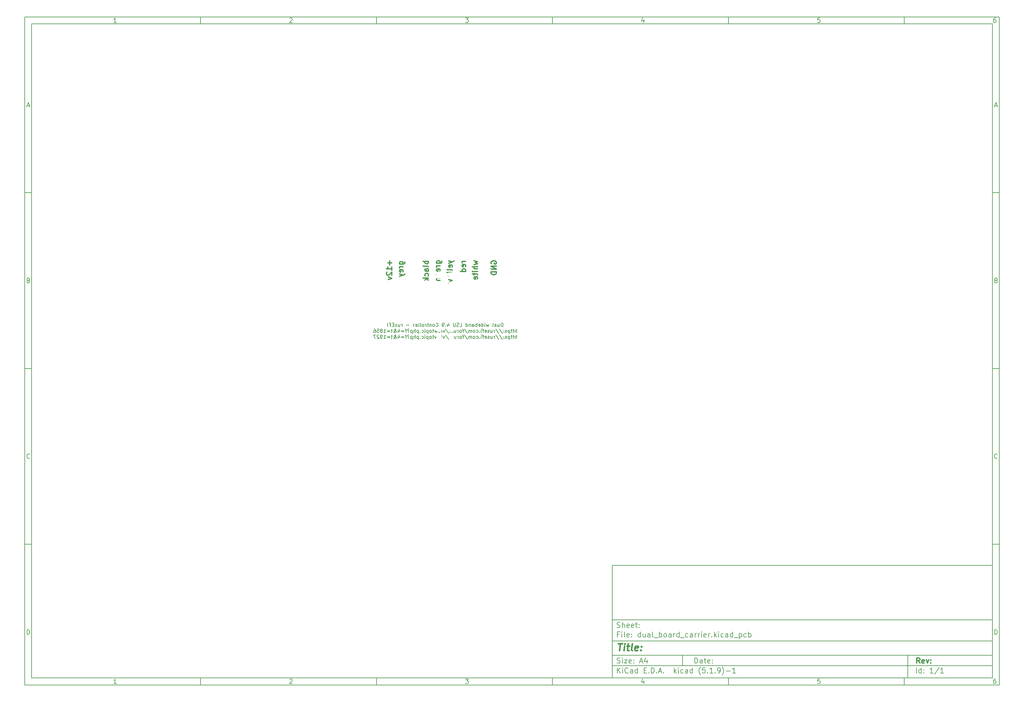
<source format=gbr>
%TF.GenerationSoftware,KiCad,Pcbnew,(5.1.9)-1*%
%TF.CreationDate,2021-01-28T21:00:47-06:00*%
%TF.ProjectId,dual_board_carrier,6475616c-5f62-46f6-9172-645f63617272,rev?*%
%TF.SameCoordinates,Original*%
%TF.FileFunction,Legend,Bot*%
%TF.FilePolarity,Positive*%
%FSLAX46Y46*%
G04 Gerber Fmt 4.6, Leading zero omitted, Abs format (unit mm)*
G04 Created by KiCad (PCBNEW (5.1.9)-1) date 2021-01-28 21:00:47*
%MOMM*%
%LPD*%
G01*
G04 APERTURE LIST*
%ADD10C,0.100000*%
%ADD11C,0.150000*%
%ADD12C,0.300000*%
%ADD13C,0.400000*%
%ADD14C,0.200000*%
%ADD15O,1.700000X1.700000*%
%ADD16R,1.700000X1.700000*%
%ADD17C,2.200000*%
%ADD18C,4.000000*%
G04 APERTURE END LIST*
D10*
D11*
X177002200Y-166007200D02*
X177002200Y-198007200D01*
X285002200Y-198007200D01*
X285002200Y-166007200D01*
X177002200Y-166007200D01*
D10*
D11*
X10000000Y-10000000D02*
X10000000Y-200007200D01*
X287002200Y-200007200D01*
X287002200Y-10000000D01*
X10000000Y-10000000D01*
D10*
D11*
X12000000Y-12000000D02*
X12000000Y-198007200D01*
X285002200Y-198007200D01*
X285002200Y-12000000D01*
X12000000Y-12000000D01*
D10*
D11*
X60000000Y-12000000D02*
X60000000Y-10000000D01*
D10*
D11*
X110000000Y-12000000D02*
X110000000Y-10000000D01*
D10*
D11*
X160000000Y-12000000D02*
X160000000Y-10000000D01*
D10*
D11*
X210000000Y-12000000D02*
X210000000Y-10000000D01*
D10*
D11*
X260000000Y-12000000D02*
X260000000Y-10000000D01*
D10*
D11*
X36065476Y-11588095D02*
X35322619Y-11588095D01*
X35694047Y-11588095D02*
X35694047Y-10288095D01*
X35570238Y-10473809D01*
X35446428Y-10597619D01*
X35322619Y-10659523D01*
D10*
D11*
X85322619Y-10411904D02*
X85384523Y-10350000D01*
X85508333Y-10288095D01*
X85817857Y-10288095D01*
X85941666Y-10350000D01*
X86003571Y-10411904D01*
X86065476Y-10535714D01*
X86065476Y-10659523D01*
X86003571Y-10845238D01*
X85260714Y-11588095D01*
X86065476Y-11588095D01*
D10*
D11*
X135260714Y-10288095D02*
X136065476Y-10288095D01*
X135632142Y-10783333D01*
X135817857Y-10783333D01*
X135941666Y-10845238D01*
X136003571Y-10907142D01*
X136065476Y-11030952D01*
X136065476Y-11340476D01*
X136003571Y-11464285D01*
X135941666Y-11526190D01*
X135817857Y-11588095D01*
X135446428Y-11588095D01*
X135322619Y-11526190D01*
X135260714Y-11464285D01*
D10*
D11*
X185941666Y-10721428D02*
X185941666Y-11588095D01*
X185632142Y-10226190D02*
X185322619Y-11154761D01*
X186127380Y-11154761D01*
D10*
D11*
X236003571Y-10288095D02*
X235384523Y-10288095D01*
X235322619Y-10907142D01*
X235384523Y-10845238D01*
X235508333Y-10783333D01*
X235817857Y-10783333D01*
X235941666Y-10845238D01*
X236003571Y-10907142D01*
X236065476Y-11030952D01*
X236065476Y-11340476D01*
X236003571Y-11464285D01*
X235941666Y-11526190D01*
X235817857Y-11588095D01*
X235508333Y-11588095D01*
X235384523Y-11526190D01*
X235322619Y-11464285D01*
D10*
D11*
X285941666Y-10288095D02*
X285694047Y-10288095D01*
X285570238Y-10350000D01*
X285508333Y-10411904D01*
X285384523Y-10597619D01*
X285322619Y-10845238D01*
X285322619Y-11340476D01*
X285384523Y-11464285D01*
X285446428Y-11526190D01*
X285570238Y-11588095D01*
X285817857Y-11588095D01*
X285941666Y-11526190D01*
X286003571Y-11464285D01*
X286065476Y-11340476D01*
X286065476Y-11030952D01*
X286003571Y-10907142D01*
X285941666Y-10845238D01*
X285817857Y-10783333D01*
X285570238Y-10783333D01*
X285446428Y-10845238D01*
X285384523Y-10907142D01*
X285322619Y-11030952D01*
D10*
D11*
X60000000Y-198007200D02*
X60000000Y-200007200D01*
D10*
D11*
X110000000Y-198007200D02*
X110000000Y-200007200D01*
D10*
D11*
X160000000Y-198007200D02*
X160000000Y-200007200D01*
D10*
D11*
X210000000Y-198007200D02*
X210000000Y-200007200D01*
D10*
D11*
X260000000Y-198007200D02*
X260000000Y-200007200D01*
D10*
D11*
X36065476Y-199595295D02*
X35322619Y-199595295D01*
X35694047Y-199595295D02*
X35694047Y-198295295D01*
X35570238Y-198481009D01*
X35446428Y-198604819D01*
X35322619Y-198666723D01*
D10*
D11*
X85322619Y-198419104D02*
X85384523Y-198357200D01*
X85508333Y-198295295D01*
X85817857Y-198295295D01*
X85941666Y-198357200D01*
X86003571Y-198419104D01*
X86065476Y-198542914D01*
X86065476Y-198666723D01*
X86003571Y-198852438D01*
X85260714Y-199595295D01*
X86065476Y-199595295D01*
D10*
D11*
X135260714Y-198295295D02*
X136065476Y-198295295D01*
X135632142Y-198790533D01*
X135817857Y-198790533D01*
X135941666Y-198852438D01*
X136003571Y-198914342D01*
X136065476Y-199038152D01*
X136065476Y-199347676D01*
X136003571Y-199471485D01*
X135941666Y-199533390D01*
X135817857Y-199595295D01*
X135446428Y-199595295D01*
X135322619Y-199533390D01*
X135260714Y-199471485D01*
D10*
D11*
X185941666Y-198728628D02*
X185941666Y-199595295D01*
X185632142Y-198233390D02*
X185322619Y-199161961D01*
X186127380Y-199161961D01*
D10*
D11*
X236003571Y-198295295D02*
X235384523Y-198295295D01*
X235322619Y-198914342D01*
X235384523Y-198852438D01*
X235508333Y-198790533D01*
X235817857Y-198790533D01*
X235941666Y-198852438D01*
X236003571Y-198914342D01*
X236065476Y-199038152D01*
X236065476Y-199347676D01*
X236003571Y-199471485D01*
X235941666Y-199533390D01*
X235817857Y-199595295D01*
X235508333Y-199595295D01*
X235384523Y-199533390D01*
X235322619Y-199471485D01*
D10*
D11*
X285941666Y-198295295D02*
X285694047Y-198295295D01*
X285570238Y-198357200D01*
X285508333Y-198419104D01*
X285384523Y-198604819D01*
X285322619Y-198852438D01*
X285322619Y-199347676D01*
X285384523Y-199471485D01*
X285446428Y-199533390D01*
X285570238Y-199595295D01*
X285817857Y-199595295D01*
X285941666Y-199533390D01*
X286003571Y-199471485D01*
X286065476Y-199347676D01*
X286065476Y-199038152D01*
X286003571Y-198914342D01*
X285941666Y-198852438D01*
X285817857Y-198790533D01*
X285570238Y-198790533D01*
X285446428Y-198852438D01*
X285384523Y-198914342D01*
X285322619Y-199038152D01*
D10*
D11*
X10000000Y-60000000D02*
X12000000Y-60000000D01*
D10*
D11*
X10000000Y-110000000D02*
X12000000Y-110000000D01*
D10*
D11*
X10000000Y-160000000D02*
X12000000Y-160000000D01*
D10*
D11*
X10690476Y-35216666D02*
X11309523Y-35216666D01*
X10566666Y-35588095D02*
X11000000Y-34288095D01*
X11433333Y-35588095D01*
D10*
D11*
X11092857Y-84907142D02*
X11278571Y-84969047D01*
X11340476Y-85030952D01*
X11402380Y-85154761D01*
X11402380Y-85340476D01*
X11340476Y-85464285D01*
X11278571Y-85526190D01*
X11154761Y-85588095D01*
X10659523Y-85588095D01*
X10659523Y-84288095D01*
X11092857Y-84288095D01*
X11216666Y-84350000D01*
X11278571Y-84411904D01*
X11340476Y-84535714D01*
X11340476Y-84659523D01*
X11278571Y-84783333D01*
X11216666Y-84845238D01*
X11092857Y-84907142D01*
X10659523Y-84907142D01*
D10*
D11*
X11402380Y-135464285D02*
X11340476Y-135526190D01*
X11154761Y-135588095D01*
X11030952Y-135588095D01*
X10845238Y-135526190D01*
X10721428Y-135402380D01*
X10659523Y-135278571D01*
X10597619Y-135030952D01*
X10597619Y-134845238D01*
X10659523Y-134597619D01*
X10721428Y-134473809D01*
X10845238Y-134350000D01*
X11030952Y-134288095D01*
X11154761Y-134288095D01*
X11340476Y-134350000D01*
X11402380Y-134411904D01*
D10*
D11*
X10659523Y-185588095D02*
X10659523Y-184288095D01*
X10969047Y-184288095D01*
X11154761Y-184350000D01*
X11278571Y-184473809D01*
X11340476Y-184597619D01*
X11402380Y-184845238D01*
X11402380Y-185030952D01*
X11340476Y-185278571D01*
X11278571Y-185402380D01*
X11154761Y-185526190D01*
X10969047Y-185588095D01*
X10659523Y-185588095D01*
D10*
D11*
X287002200Y-60000000D02*
X285002200Y-60000000D01*
D10*
D11*
X287002200Y-110000000D02*
X285002200Y-110000000D01*
D10*
D11*
X287002200Y-160000000D02*
X285002200Y-160000000D01*
D10*
D11*
X285692676Y-35216666D02*
X286311723Y-35216666D01*
X285568866Y-35588095D02*
X286002200Y-34288095D01*
X286435533Y-35588095D01*
D10*
D11*
X286095057Y-84907142D02*
X286280771Y-84969047D01*
X286342676Y-85030952D01*
X286404580Y-85154761D01*
X286404580Y-85340476D01*
X286342676Y-85464285D01*
X286280771Y-85526190D01*
X286156961Y-85588095D01*
X285661723Y-85588095D01*
X285661723Y-84288095D01*
X286095057Y-84288095D01*
X286218866Y-84350000D01*
X286280771Y-84411904D01*
X286342676Y-84535714D01*
X286342676Y-84659523D01*
X286280771Y-84783333D01*
X286218866Y-84845238D01*
X286095057Y-84907142D01*
X285661723Y-84907142D01*
D10*
D11*
X286404580Y-135464285D02*
X286342676Y-135526190D01*
X286156961Y-135588095D01*
X286033152Y-135588095D01*
X285847438Y-135526190D01*
X285723628Y-135402380D01*
X285661723Y-135278571D01*
X285599819Y-135030952D01*
X285599819Y-134845238D01*
X285661723Y-134597619D01*
X285723628Y-134473809D01*
X285847438Y-134350000D01*
X286033152Y-134288095D01*
X286156961Y-134288095D01*
X286342676Y-134350000D01*
X286404580Y-134411904D01*
D10*
D11*
X285661723Y-185588095D02*
X285661723Y-184288095D01*
X285971247Y-184288095D01*
X286156961Y-184350000D01*
X286280771Y-184473809D01*
X286342676Y-184597619D01*
X286404580Y-184845238D01*
X286404580Y-185030952D01*
X286342676Y-185278571D01*
X286280771Y-185402380D01*
X286156961Y-185526190D01*
X285971247Y-185588095D01*
X285661723Y-185588095D01*
D10*
D11*
X200434342Y-193785771D02*
X200434342Y-192285771D01*
X200791485Y-192285771D01*
X201005771Y-192357200D01*
X201148628Y-192500057D01*
X201220057Y-192642914D01*
X201291485Y-192928628D01*
X201291485Y-193142914D01*
X201220057Y-193428628D01*
X201148628Y-193571485D01*
X201005771Y-193714342D01*
X200791485Y-193785771D01*
X200434342Y-193785771D01*
X202577200Y-193785771D02*
X202577200Y-193000057D01*
X202505771Y-192857200D01*
X202362914Y-192785771D01*
X202077200Y-192785771D01*
X201934342Y-192857200D01*
X202577200Y-193714342D02*
X202434342Y-193785771D01*
X202077200Y-193785771D01*
X201934342Y-193714342D01*
X201862914Y-193571485D01*
X201862914Y-193428628D01*
X201934342Y-193285771D01*
X202077200Y-193214342D01*
X202434342Y-193214342D01*
X202577200Y-193142914D01*
X203077200Y-192785771D02*
X203648628Y-192785771D01*
X203291485Y-192285771D02*
X203291485Y-193571485D01*
X203362914Y-193714342D01*
X203505771Y-193785771D01*
X203648628Y-193785771D01*
X204720057Y-193714342D02*
X204577200Y-193785771D01*
X204291485Y-193785771D01*
X204148628Y-193714342D01*
X204077200Y-193571485D01*
X204077200Y-193000057D01*
X204148628Y-192857200D01*
X204291485Y-192785771D01*
X204577200Y-192785771D01*
X204720057Y-192857200D01*
X204791485Y-193000057D01*
X204791485Y-193142914D01*
X204077200Y-193285771D01*
X205434342Y-193642914D02*
X205505771Y-193714342D01*
X205434342Y-193785771D01*
X205362914Y-193714342D01*
X205434342Y-193642914D01*
X205434342Y-193785771D01*
X205434342Y-192857200D02*
X205505771Y-192928628D01*
X205434342Y-193000057D01*
X205362914Y-192928628D01*
X205434342Y-192857200D01*
X205434342Y-193000057D01*
D10*
D11*
X177002200Y-194507200D02*
X285002200Y-194507200D01*
D10*
D11*
X178434342Y-196585771D02*
X178434342Y-195085771D01*
X179291485Y-196585771D02*
X178648628Y-195728628D01*
X179291485Y-195085771D02*
X178434342Y-195942914D01*
X179934342Y-196585771D02*
X179934342Y-195585771D01*
X179934342Y-195085771D02*
X179862914Y-195157200D01*
X179934342Y-195228628D01*
X180005771Y-195157200D01*
X179934342Y-195085771D01*
X179934342Y-195228628D01*
X181505771Y-196442914D02*
X181434342Y-196514342D01*
X181220057Y-196585771D01*
X181077200Y-196585771D01*
X180862914Y-196514342D01*
X180720057Y-196371485D01*
X180648628Y-196228628D01*
X180577200Y-195942914D01*
X180577200Y-195728628D01*
X180648628Y-195442914D01*
X180720057Y-195300057D01*
X180862914Y-195157200D01*
X181077200Y-195085771D01*
X181220057Y-195085771D01*
X181434342Y-195157200D01*
X181505771Y-195228628D01*
X182791485Y-196585771D02*
X182791485Y-195800057D01*
X182720057Y-195657200D01*
X182577200Y-195585771D01*
X182291485Y-195585771D01*
X182148628Y-195657200D01*
X182791485Y-196514342D02*
X182648628Y-196585771D01*
X182291485Y-196585771D01*
X182148628Y-196514342D01*
X182077200Y-196371485D01*
X182077200Y-196228628D01*
X182148628Y-196085771D01*
X182291485Y-196014342D01*
X182648628Y-196014342D01*
X182791485Y-195942914D01*
X184148628Y-196585771D02*
X184148628Y-195085771D01*
X184148628Y-196514342D02*
X184005771Y-196585771D01*
X183720057Y-196585771D01*
X183577200Y-196514342D01*
X183505771Y-196442914D01*
X183434342Y-196300057D01*
X183434342Y-195871485D01*
X183505771Y-195728628D01*
X183577200Y-195657200D01*
X183720057Y-195585771D01*
X184005771Y-195585771D01*
X184148628Y-195657200D01*
X186005771Y-195800057D02*
X186505771Y-195800057D01*
X186720057Y-196585771D02*
X186005771Y-196585771D01*
X186005771Y-195085771D01*
X186720057Y-195085771D01*
X187362914Y-196442914D02*
X187434342Y-196514342D01*
X187362914Y-196585771D01*
X187291485Y-196514342D01*
X187362914Y-196442914D01*
X187362914Y-196585771D01*
X188077200Y-196585771D02*
X188077200Y-195085771D01*
X188434342Y-195085771D01*
X188648628Y-195157200D01*
X188791485Y-195300057D01*
X188862914Y-195442914D01*
X188934342Y-195728628D01*
X188934342Y-195942914D01*
X188862914Y-196228628D01*
X188791485Y-196371485D01*
X188648628Y-196514342D01*
X188434342Y-196585771D01*
X188077200Y-196585771D01*
X189577200Y-196442914D02*
X189648628Y-196514342D01*
X189577200Y-196585771D01*
X189505771Y-196514342D01*
X189577200Y-196442914D01*
X189577200Y-196585771D01*
X190220057Y-196157200D02*
X190934342Y-196157200D01*
X190077200Y-196585771D02*
X190577200Y-195085771D01*
X191077200Y-196585771D01*
X191577200Y-196442914D02*
X191648628Y-196514342D01*
X191577200Y-196585771D01*
X191505771Y-196514342D01*
X191577200Y-196442914D01*
X191577200Y-196585771D01*
X194577200Y-196585771D02*
X194577200Y-195085771D01*
X194720057Y-196014342D02*
X195148628Y-196585771D01*
X195148628Y-195585771D02*
X194577200Y-196157200D01*
X195791485Y-196585771D02*
X195791485Y-195585771D01*
X195791485Y-195085771D02*
X195720057Y-195157200D01*
X195791485Y-195228628D01*
X195862914Y-195157200D01*
X195791485Y-195085771D01*
X195791485Y-195228628D01*
X197148628Y-196514342D02*
X197005771Y-196585771D01*
X196720057Y-196585771D01*
X196577200Y-196514342D01*
X196505771Y-196442914D01*
X196434342Y-196300057D01*
X196434342Y-195871485D01*
X196505771Y-195728628D01*
X196577200Y-195657200D01*
X196720057Y-195585771D01*
X197005771Y-195585771D01*
X197148628Y-195657200D01*
X198434342Y-196585771D02*
X198434342Y-195800057D01*
X198362914Y-195657200D01*
X198220057Y-195585771D01*
X197934342Y-195585771D01*
X197791485Y-195657200D01*
X198434342Y-196514342D02*
X198291485Y-196585771D01*
X197934342Y-196585771D01*
X197791485Y-196514342D01*
X197720057Y-196371485D01*
X197720057Y-196228628D01*
X197791485Y-196085771D01*
X197934342Y-196014342D01*
X198291485Y-196014342D01*
X198434342Y-195942914D01*
X199791485Y-196585771D02*
X199791485Y-195085771D01*
X199791485Y-196514342D02*
X199648628Y-196585771D01*
X199362914Y-196585771D01*
X199220057Y-196514342D01*
X199148628Y-196442914D01*
X199077200Y-196300057D01*
X199077200Y-195871485D01*
X199148628Y-195728628D01*
X199220057Y-195657200D01*
X199362914Y-195585771D01*
X199648628Y-195585771D01*
X199791485Y-195657200D01*
X202077200Y-197157200D02*
X202005771Y-197085771D01*
X201862914Y-196871485D01*
X201791485Y-196728628D01*
X201720057Y-196514342D01*
X201648628Y-196157200D01*
X201648628Y-195871485D01*
X201720057Y-195514342D01*
X201791485Y-195300057D01*
X201862914Y-195157200D01*
X202005771Y-194942914D01*
X202077200Y-194871485D01*
X203362914Y-195085771D02*
X202648628Y-195085771D01*
X202577200Y-195800057D01*
X202648628Y-195728628D01*
X202791485Y-195657200D01*
X203148628Y-195657200D01*
X203291485Y-195728628D01*
X203362914Y-195800057D01*
X203434342Y-195942914D01*
X203434342Y-196300057D01*
X203362914Y-196442914D01*
X203291485Y-196514342D01*
X203148628Y-196585771D01*
X202791485Y-196585771D01*
X202648628Y-196514342D01*
X202577200Y-196442914D01*
X204077200Y-196442914D02*
X204148628Y-196514342D01*
X204077200Y-196585771D01*
X204005771Y-196514342D01*
X204077200Y-196442914D01*
X204077200Y-196585771D01*
X205577200Y-196585771D02*
X204720057Y-196585771D01*
X205148628Y-196585771D02*
X205148628Y-195085771D01*
X205005771Y-195300057D01*
X204862914Y-195442914D01*
X204720057Y-195514342D01*
X206220057Y-196442914D02*
X206291485Y-196514342D01*
X206220057Y-196585771D01*
X206148628Y-196514342D01*
X206220057Y-196442914D01*
X206220057Y-196585771D01*
X207005771Y-196585771D02*
X207291485Y-196585771D01*
X207434342Y-196514342D01*
X207505771Y-196442914D01*
X207648628Y-196228628D01*
X207720057Y-195942914D01*
X207720057Y-195371485D01*
X207648628Y-195228628D01*
X207577200Y-195157200D01*
X207434342Y-195085771D01*
X207148628Y-195085771D01*
X207005771Y-195157200D01*
X206934342Y-195228628D01*
X206862914Y-195371485D01*
X206862914Y-195728628D01*
X206934342Y-195871485D01*
X207005771Y-195942914D01*
X207148628Y-196014342D01*
X207434342Y-196014342D01*
X207577200Y-195942914D01*
X207648628Y-195871485D01*
X207720057Y-195728628D01*
X208220057Y-197157200D02*
X208291485Y-197085771D01*
X208434342Y-196871485D01*
X208505771Y-196728628D01*
X208577200Y-196514342D01*
X208648628Y-196157200D01*
X208648628Y-195871485D01*
X208577200Y-195514342D01*
X208505771Y-195300057D01*
X208434342Y-195157200D01*
X208291485Y-194942914D01*
X208220057Y-194871485D01*
X209362914Y-196014342D02*
X210505771Y-196014342D01*
X212005771Y-196585771D02*
X211148628Y-196585771D01*
X211577200Y-196585771D02*
X211577200Y-195085771D01*
X211434342Y-195300057D01*
X211291485Y-195442914D01*
X211148628Y-195514342D01*
D10*
D11*
X177002200Y-191507200D02*
X285002200Y-191507200D01*
D10*
D12*
X264411485Y-193785771D02*
X263911485Y-193071485D01*
X263554342Y-193785771D02*
X263554342Y-192285771D01*
X264125771Y-192285771D01*
X264268628Y-192357200D01*
X264340057Y-192428628D01*
X264411485Y-192571485D01*
X264411485Y-192785771D01*
X264340057Y-192928628D01*
X264268628Y-193000057D01*
X264125771Y-193071485D01*
X263554342Y-193071485D01*
X265625771Y-193714342D02*
X265482914Y-193785771D01*
X265197200Y-193785771D01*
X265054342Y-193714342D01*
X264982914Y-193571485D01*
X264982914Y-193000057D01*
X265054342Y-192857200D01*
X265197200Y-192785771D01*
X265482914Y-192785771D01*
X265625771Y-192857200D01*
X265697200Y-193000057D01*
X265697200Y-193142914D01*
X264982914Y-193285771D01*
X266197200Y-192785771D02*
X266554342Y-193785771D01*
X266911485Y-192785771D01*
X267482914Y-193642914D02*
X267554342Y-193714342D01*
X267482914Y-193785771D01*
X267411485Y-193714342D01*
X267482914Y-193642914D01*
X267482914Y-193785771D01*
X267482914Y-192857200D02*
X267554342Y-192928628D01*
X267482914Y-193000057D01*
X267411485Y-192928628D01*
X267482914Y-192857200D01*
X267482914Y-193000057D01*
D10*
D11*
X178362914Y-193714342D02*
X178577200Y-193785771D01*
X178934342Y-193785771D01*
X179077200Y-193714342D01*
X179148628Y-193642914D01*
X179220057Y-193500057D01*
X179220057Y-193357200D01*
X179148628Y-193214342D01*
X179077200Y-193142914D01*
X178934342Y-193071485D01*
X178648628Y-193000057D01*
X178505771Y-192928628D01*
X178434342Y-192857200D01*
X178362914Y-192714342D01*
X178362914Y-192571485D01*
X178434342Y-192428628D01*
X178505771Y-192357200D01*
X178648628Y-192285771D01*
X179005771Y-192285771D01*
X179220057Y-192357200D01*
X179862914Y-193785771D02*
X179862914Y-192785771D01*
X179862914Y-192285771D02*
X179791485Y-192357200D01*
X179862914Y-192428628D01*
X179934342Y-192357200D01*
X179862914Y-192285771D01*
X179862914Y-192428628D01*
X180434342Y-192785771D02*
X181220057Y-192785771D01*
X180434342Y-193785771D01*
X181220057Y-193785771D01*
X182362914Y-193714342D02*
X182220057Y-193785771D01*
X181934342Y-193785771D01*
X181791485Y-193714342D01*
X181720057Y-193571485D01*
X181720057Y-193000057D01*
X181791485Y-192857200D01*
X181934342Y-192785771D01*
X182220057Y-192785771D01*
X182362914Y-192857200D01*
X182434342Y-193000057D01*
X182434342Y-193142914D01*
X181720057Y-193285771D01*
X183077200Y-193642914D02*
X183148628Y-193714342D01*
X183077200Y-193785771D01*
X183005771Y-193714342D01*
X183077200Y-193642914D01*
X183077200Y-193785771D01*
X183077200Y-192857200D02*
X183148628Y-192928628D01*
X183077200Y-193000057D01*
X183005771Y-192928628D01*
X183077200Y-192857200D01*
X183077200Y-193000057D01*
X184862914Y-193357200D02*
X185577200Y-193357200D01*
X184720057Y-193785771D02*
X185220057Y-192285771D01*
X185720057Y-193785771D01*
X186862914Y-192785771D02*
X186862914Y-193785771D01*
X186505771Y-192214342D02*
X186148628Y-193285771D01*
X187077200Y-193285771D01*
D10*
D11*
X263434342Y-196585771D02*
X263434342Y-195085771D01*
X264791485Y-196585771D02*
X264791485Y-195085771D01*
X264791485Y-196514342D02*
X264648628Y-196585771D01*
X264362914Y-196585771D01*
X264220057Y-196514342D01*
X264148628Y-196442914D01*
X264077200Y-196300057D01*
X264077200Y-195871485D01*
X264148628Y-195728628D01*
X264220057Y-195657200D01*
X264362914Y-195585771D01*
X264648628Y-195585771D01*
X264791485Y-195657200D01*
X265505771Y-196442914D02*
X265577200Y-196514342D01*
X265505771Y-196585771D01*
X265434342Y-196514342D01*
X265505771Y-196442914D01*
X265505771Y-196585771D01*
X265505771Y-195657200D02*
X265577200Y-195728628D01*
X265505771Y-195800057D01*
X265434342Y-195728628D01*
X265505771Y-195657200D01*
X265505771Y-195800057D01*
X268148628Y-196585771D02*
X267291485Y-196585771D01*
X267720057Y-196585771D02*
X267720057Y-195085771D01*
X267577200Y-195300057D01*
X267434342Y-195442914D01*
X267291485Y-195514342D01*
X269862914Y-195014342D02*
X268577200Y-196942914D01*
X271148628Y-196585771D02*
X270291485Y-196585771D01*
X270720057Y-196585771D02*
X270720057Y-195085771D01*
X270577200Y-195300057D01*
X270434342Y-195442914D01*
X270291485Y-195514342D01*
D10*
D11*
X177002200Y-187507200D02*
X285002200Y-187507200D01*
D10*
D13*
X178714580Y-188211961D02*
X179857438Y-188211961D01*
X179036009Y-190211961D02*
X179286009Y-188211961D01*
X180274104Y-190211961D02*
X180440771Y-188878628D01*
X180524104Y-188211961D02*
X180416961Y-188307200D01*
X180500295Y-188402438D01*
X180607438Y-188307200D01*
X180524104Y-188211961D01*
X180500295Y-188402438D01*
X181107438Y-188878628D02*
X181869342Y-188878628D01*
X181476485Y-188211961D02*
X181262200Y-189926247D01*
X181333628Y-190116723D01*
X181512200Y-190211961D01*
X181702676Y-190211961D01*
X182655057Y-190211961D02*
X182476485Y-190116723D01*
X182405057Y-189926247D01*
X182619342Y-188211961D01*
X184190771Y-190116723D02*
X183988390Y-190211961D01*
X183607438Y-190211961D01*
X183428866Y-190116723D01*
X183357438Y-189926247D01*
X183452676Y-189164342D01*
X183571723Y-188973866D01*
X183774104Y-188878628D01*
X184155057Y-188878628D01*
X184333628Y-188973866D01*
X184405057Y-189164342D01*
X184381247Y-189354819D01*
X183405057Y-189545295D01*
X185155057Y-190021485D02*
X185238390Y-190116723D01*
X185131247Y-190211961D01*
X185047914Y-190116723D01*
X185155057Y-190021485D01*
X185131247Y-190211961D01*
X185286009Y-188973866D02*
X185369342Y-189069104D01*
X185262200Y-189164342D01*
X185178866Y-189069104D01*
X185286009Y-188973866D01*
X185262200Y-189164342D01*
D10*
D11*
X178934342Y-185600057D02*
X178434342Y-185600057D01*
X178434342Y-186385771D02*
X178434342Y-184885771D01*
X179148628Y-184885771D01*
X179720057Y-186385771D02*
X179720057Y-185385771D01*
X179720057Y-184885771D02*
X179648628Y-184957200D01*
X179720057Y-185028628D01*
X179791485Y-184957200D01*
X179720057Y-184885771D01*
X179720057Y-185028628D01*
X180648628Y-186385771D02*
X180505771Y-186314342D01*
X180434342Y-186171485D01*
X180434342Y-184885771D01*
X181791485Y-186314342D02*
X181648628Y-186385771D01*
X181362914Y-186385771D01*
X181220057Y-186314342D01*
X181148628Y-186171485D01*
X181148628Y-185600057D01*
X181220057Y-185457200D01*
X181362914Y-185385771D01*
X181648628Y-185385771D01*
X181791485Y-185457200D01*
X181862914Y-185600057D01*
X181862914Y-185742914D01*
X181148628Y-185885771D01*
X182505771Y-186242914D02*
X182577200Y-186314342D01*
X182505771Y-186385771D01*
X182434342Y-186314342D01*
X182505771Y-186242914D01*
X182505771Y-186385771D01*
X182505771Y-185457200D02*
X182577200Y-185528628D01*
X182505771Y-185600057D01*
X182434342Y-185528628D01*
X182505771Y-185457200D01*
X182505771Y-185600057D01*
X185005771Y-186385771D02*
X185005771Y-184885771D01*
X185005771Y-186314342D02*
X184862914Y-186385771D01*
X184577200Y-186385771D01*
X184434342Y-186314342D01*
X184362914Y-186242914D01*
X184291485Y-186100057D01*
X184291485Y-185671485D01*
X184362914Y-185528628D01*
X184434342Y-185457200D01*
X184577200Y-185385771D01*
X184862914Y-185385771D01*
X185005771Y-185457200D01*
X186362914Y-185385771D02*
X186362914Y-186385771D01*
X185720057Y-185385771D02*
X185720057Y-186171485D01*
X185791485Y-186314342D01*
X185934342Y-186385771D01*
X186148628Y-186385771D01*
X186291485Y-186314342D01*
X186362914Y-186242914D01*
X187720057Y-186385771D02*
X187720057Y-185600057D01*
X187648628Y-185457200D01*
X187505771Y-185385771D01*
X187220057Y-185385771D01*
X187077200Y-185457200D01*
X187720057Y-186314342D02*
X187577200Y-186385771D01*
X187220057Y-186385771D01*
X187077200Y-186314342D01*
X187005771Y-186171485D01*
X187005771Y-186028628D01*
X187077200Y-185885771D01*
X187220057Y-185814342D01*
X187577200Y-185814342D01*
X187720057Y-185742914D01*
X188648628Y-186385771D02*
X188505771Y-186314342D01*
X188434342Y-186171485D01*
X188434342Y-184885771D01*
X188862914Y-186528628D02*
X190005771Y-186528628D01*
X190362914Y-186385771D02*
X190362914Y-184885771D01*
X190362914Y-185457200D02*
X190505771Y-185385771D01*
X190791485Y-185385771D01*
X190934342Y-185457200D01*
X191005771Y-185528628D01*
X191077200Y-185671485D01*
X191077200Y-186100057D01*
X191005771Y-186242914D01*
X190934342Y-186314342D01*
X190791485Y-186385771D01*
X190505771Y-186385771D01*
X190362914Y-186314342D01*
X191934342Y-186385771D02*
X191791485Y-186314342D01*
X191720057Y-186242914D01*
X191648628Y-186100057D01*
X191648628Y-185671485D01*
X191720057Y-185528628D01*
X191791485Y-185457200D01*
X191934342Y-185385771D01*
X192148628Y-185385771D01*
X192291485Y-185457200D01*
X192362914Y-185528628D01*
X192434342Y-185671485D01*
X192434342Y-186100057D01*
X192362914Y-186242914D01*
X192291485Y-186314342D01*
X192148628Y-186385771D01*
X191934342Y-186385771D01*
X193720057Y-186385771D02*
X193720057Y-185600057D01*
X193648628Y-185457200D01*
X193505771Y-185385771D01*
X193220057Y-185385771D01*
X193077200Y-185457200D01*
X193720057Y-186314342D02*
X193577200Y-186385771D01*
X193220057Y-186385771D01*
X193077200Y-186314342D01*
X193005771Y-186171485D01*
X193005771Y-186028628D01*
X193077200Y-185885771D01*
X193220057Y-185814342D01*
X193577200Y-185814342D01*
X193720057Y-185742914D01*
X194434342Y-186385771D02*
X194434342Y-185385771D01*
X194434342Y-185671485D02*
X194505771Y-185528628D01*
X194577200Y-185457200D01*
X194720057Y-185385771D01*
X194862914Y-185385771D01*
X196005771Y-186385771D02*
X196005771Y-184885771D01*
X196005771Y-186314342D02*
X195862914Y-186385771D01*
X195577200Y-186385771D01*
X195434342Y-186314342D01*
X195362914Y-186242914D01*
X195291485Y-186100057D01*
X195291485Y-185671485D01*
X195362914Y-185528628D01*
X195434342Y-185457200D01*
X195577200Y-185385771D01*
X195862914Y-185385771D01*
X196005771Y-185457200D01*
X196362914Y-186528628D02*
X197505771Y-186528628D01*
X198505771Y-186314342D02*
X198362914Y-186385771D01*
X198077200Y-186385771D01*
X197934342Y-186314342D01*
X197862914Y-186242914D01*
X197791485Y-186100057D01*
X197791485Y-185671485D01*
X197862914Y-185528628D01*
X197934342Y-185457200D01*
X198077200Y-185385771D01*
X198362914Y-185385771D01*
X198505771Y-185457200D01*
X199791485Y-186385771D02*
X199791485Y-185600057D01*
X199720057Y-185457200D01*
X199577200Y-185385771D01*
X199291485Y-185385771D01*
X199148628Y-185457200D01*
X199791485Y-186314342D02*
X199648628Y-186385771D01*
X199291485Y-186385771D01*
X199148628Y-186314342D01*
X199077200Y-186171485D01*
X199077200Y-186028628D01*
X199148628Y-185885771D01*
X199291485Y-185814342D01*
X199648628Y-185814342D01*
X199791485Y-185742914D01*
X200505771Y-186385771D02*
X200505771Y-185385771D01*
X200505771Y-185671485D02*
X200577200Y-185528628D01*
X200648628Y-185457200D01*
X200791485Y-185385771D01*
X200934342Y-185385771D01*
X201434342Y-186385771D02*
X201434342Y-185385771D01*
X201434342Y-185671485D02*
X201505771Y-185528628D01*
X201577200Y-185457200D01*
X201720057Y-185385771D01*
X201862914Y-185385771D01*
X202362914Y-186385771D02*
X202362914Y-185385771D01*
X202362914Y-184885771D02*
X202291485Y-184957200D01*
X202362914Y-185028628D01*
X202434342Y-184957200D01*
X202362914Y-184885771D01*
X202362914Y-185028628D01*
X203648628Y-186314342D02*
X203505771Y-186385771D01*
X203220057Y-186385771D01*
X203077200Y-186314342D01*
X203005771Y-186171485D01*
X203005771Y-185600057D01*
X203077200Y-185457200D01*
X203220057Y-185385771D01*
X203505771Y-185385771D01*
X203648628Y-185457200D01*
X203720057Y-185600057D01*
X203720057Y-185742914D01*
X203005771Y-185885771D01*
X204362914Y-186385771D02*
X204362914Y-185385771D01*
X204362914Y-185671485D02*
X204434342Y-185528628D01*
X204505771Y-185457200D01*
X204648628Y-185385771D01*
X204791485Y-185385771D01*
X205291485Y-186242914D02*
X205362914Y-186314342D01*
X205291485Y-186385771D01*
X205220057Y-186314342D01*
X205291485Y-186242914D01*
X205291485Y-186385771D01*
X206005771Y-186385771D02*
X206005771Y-184885771D01*
X206148628Y-185814342D02*
X206577200Y-186385771D01*
X206577200Y-185385771D02*
X206005771Y-185957200D01*
X207220057Y-186385771D02*
X207220057Y-185385771D01*
X207220057Y-184885771D02*
X207148628Y-184957200D01*
X207220057Y-185028628D01*
X207291485Y-184957200D01*
X207220057Y-184885771D01*
X207220057Y-185028628D01*
X208577200Y-186314342D02*
X208434342Y-186385771D01*
X208148628Y-186385771D01*
X208005771Y-186314342D01*
X207934342Y-186242914D01*
X207862914Y-186100057D01*
X207862914Y-185671485D01*
X207934342Y-185528628D01*
X208005771Y-185457200D01*
X208148628Y-185385771D01*
X208434342Y-185385771D01*
X208577200Y-185457200D01*
X209862914Y-186385771D02*
X209862914Y-185600057D01*
X209791485Y-185457200D01*
X209648628Y-185385771D01*
X209362914Y-185385771D01*
X209220057Y-185457200D01*
X209862914Y-186314342D02*
X209720057Y-186385771D01*
X209362914Y-186385771D01*
X209220057Y-186314342D01*
X209148628Y-186171485D01*
X209148628Y-186028628D01*
X209220057Y-185885771D01*
X209362914Y-185814342D01*
X209720057Y-185814342D01*
X209862914Y-185742914D01*
X211220057Y-186385771D02*
X211220057Y-184885771D01*
X211220057Y-186314342D02*
X211077200Y-186385771D01*
X210791485Y-186385771D01*
X210648628Y-186314342D01*
X210577200Y-186242914D01*
X210505771Y-186100057D01*
X210505771Y-185671485D01*
X210577200Y-185528628D01*
X210648628Y-185457200D01*
X210791485Y-185385771D01*
X211077200Y-185385771D01*
X211220057Y-185457200D01*
X211577200Y-186528628D02*
X212720057Y-186528628D01*
X213077200Y-185385771D02*
X213077200Y-186885771D01*
X213077200Y-185457200D02*
X213220057Y-185385771D01*
X213505771Y-185385771D01*
X213648628Y-185457200D01*
X213720057Y-185528628D01*
X213791485Y-185671485D01*
X213791485Y-186100057D01*
X213720057Y-186242914D01*
X213648628Y-186314342D01*
X213505771Y-186385771D01*
X213220057Y-186385771D01*
X213077200Y-186314342D01*
X215077200Y-186314342D02*
X214934342Y-186385771D01*
X214648628Y-186385771D01*
X214505771Y-186314342D01*
X214434342Y-186242914D01*
X214362914Y-186100057D01*
X214362914Y-185671485D01*
X214434342Y-185528628D01*
X214505771Y-185457200D01*
X214648628Y-185385771D01*
X214934342Y-185385771D01*
X215077200Y-185457200D01*
X215720057Y-186385771D02*
X215720057Y-184885771D01*
X215720057Y-185457200D02*
X215862914Y-185385771D01*
X216148628Y-185385771D01*
X216291485Y-185457200D01*
X216362914Y-185528628D01*
X216434342Y-185671485D01*
X216434342Y-186100057D01*
X216362914Y-186242914D01*
X216291485Y-186314342D01*
X216148628Y-186385771D01*
X215862914Y-186385771D01*
X215720057Y-186314342D01*
D10*
D11*
X177002200Y-181507200D02*
X285002200Y-181507200D01*
D10*
D11*
X178362914Y-183614342D02*
X178577200Y-183685771D01*
X178934342Y-183685771D01*
X179077200Y-183614342D01*
X179148628Y-183542914D01*
X179220057Y-183400057D01*
X179220057Y-183257200D01*
X179148628Y-183114342D01*
X179077200Y-183042914D01*
X178934342Y-182971485D01*
X178648628Y-182900057D01*
X178505771Y-182828628D01*
X178434342Y-182757200D01*
X178362914Y-182614342D01*
X178362914Y-182471485D01*
X178434342Y-182328628D01*
X178505771Y-182257200D01*
X178648628Y-182185771D01*
X179005771Y-182185771D01*
X179220057Y-182257200D01*
X179862914Y-183685771D02*
X179862914Y-182185771D01*
X180505771Y-183685771D02*
X180505771Y-182900057D01*
X180434342Y-182757200D01*
X180291485Y-182685771D01*
X180077200Y-182685771D01*
X179934342Y-182757200D01*
X179862914Y-182828628D01*
X181791485Y-183614342D02*
X181648628Y-183685771D01*
X181362914Y-183685771D01*
X181220057Y-183614342D01*
X181148628Y-183471485D01*
X181148628Y-182900057D01*
X181220057Y-182757200D01*
X181362914Y-182685771D01*
X181648628Y-182685771D01*
X181791485Y-182757200D01*
X181862914Y-182900057D01*
X181862914Y-183042914D01*
X181148628Y-183185771D01*
X183077200Y-183614342D02*
X182934342Y-183685771D01*
X182648628Y-183685771D01*
X182505771Y-183614342D01*
X182434342Y-183471485D01*
X182434342Y-182900057D01*
X182505771Y-182757200D01*
X182648628Y-182685771D01*
X182934342Y-182685771D01*
X183077200Y-182757200D01*
X183148628Y-182900057D01*
X183148628Y-183042914D01*
X182434342Y-183185771D01*
X183577200Y-182685771D02*
X184148628Y-182685771D01*
X183791485Y-182185771D02*
X183791485Y-183471485D01*
X183862914Y-183614342D01*
X184005771Y-183685771D01*
X184148628Y-183685771D01*
X184648628Y-183542914D02*
X184720057Y-183614342D01*
X184648628Y-183685771D01*
X184577200Y-183614342D01*
X184648628Y-183542914D01*
X184648628Y-183685771D01*
X184648628Y-182757200D02*
X184720057Y-182828628D01*
X184648628Y-182900057D01*
X184577200Y-182828628D01*
X184648628Y-182757200D01*
X184648628Y-182900057D01*
D10*
D11*
X197002200Y-191507200D02*
X197002200Y-194507200D01*
D10*
D11*
X261002200Y-191507200D02*
X261002200Y-198007200D01*
D14*
X145920952Y-98066380D02*
X145920952Y-97066380D01*
X145682857Y-97066380D01*
X145540000Y-97114000D01*
X145444761Y-97209238D01*
X145397142Y-97304476D01*
X145349523Y-97494952D01*
X145349523Y-97637809D01*
X145397142Y-97828285D01*
X145444761Y-97923523D01*
X145540000Y-98018761D01*
X145682857Y-98066380D01*
X145920952Y-98066380D01*
X144492380Y-97399714D02*
X144492380Y-98066380D01*
X144920952Y-97399714D02*
X144920952Y-97923523D01*
X144873333Y-98018761D01*
X144778095Y-98066380D01*
X144635238Y-98066380D01*
X144540000Y-98018761D01*
X144492380Y-97971142D01*
X143587619Y-98066380D02*
X143587619Y-97542571D01*
X143635238Y-97447333D01*
X143730476Y-97399714D01*
X143920952Y-97399714D01*
X144016190Y-97447333D01*
X143587619Y-98018761D02*
X143682857Y-98066380D01*
X143920952Y-98066380D01*
X144016190Y-98018761D01*
X144063809Y-97923523D01*
X144063809Y-97828285D01*
X144016190Y-97733047D01*
X143920952Y-97685428D01*
X143682857Y-97685428D01*
X143587619Y-97637809D01*
X142968571Y-98066380D02*
X143063809Y-98018761D01*
X143111428Y-97923523D01*
X143111428Y-97066380D01*
X141920952Y-97399714D02*
X141730476Y-98066380D01*
X141540000Y-97590190D01*
X141349523Y-98066380D01*
X141159047Y-97399714D01*
X140778095Y-98066380D02*
X140778095Y-97399714D01*
X140778095Y-97066380D02*
X140825714Y-97114000D01*
X140778095Y-97161619D01*
X140730476Y-97114000D01*
X140778095Y-97066380D01*
X140778095Y-97161619D01*
X139873333Y-98066380D02*
X139873333Y-97066380D01*
X139873333Y-98018761D02*
X139968571Y-98066380D01*
X140159047Y-98066380D01*
X140254285Y-98018761D01*
X140301904Y-97971142D01*
X140349523Y-97875904D01*
X140349523Y-97590190D01*
X140301904Y-97494952D01*
X140254285Y-97447333D01*
X140159047Y-97399714D01*
X139968571Y-97399714D01*
X139873333Y-97447333D01*
X139016190Y-98018761D02*
X139111428Y-98066380D01*
X139301904Y-98066380D01*
X139397142Y-98018761D01*
X139444761Y-97923523D01*
X139444761Y-97542571D01*
X139397142Y-97447333D01*
X139301904Y-97399714D01*
X139111428Y-97399714D01*
X139016190Y-97447333D01*
X138968571Y-97542571D01*
X138968571Y-97637809D01*
X139444761Y-97733047D01*
X138540000Y-98066380D02*
X138540000Y-97066380D01*
X138540000Y-97447333D02*
X138444761Y-97399714D01*
X138254285Y-97399714D01*
X138159047Y-97447333D01*
X138111428Y-97494952D01*
X138063809Y-97590190D01*
X138063809Y-97875904D01*
X138111428Y-97971142D01*
X138159047Y-98018761D01*
X138254285Y-98066380D01*
X138444761Y-98066380D01*
X138540000Y-98018761D01*
X137206666Y-98066380D02*
X137206666Y-97542571D01*
X137254285Y-97447333D01*
X137349523Y-97399714D01*
X137540000Y-97399714D01*
X137635238Y-97447333D01*
X137206666Y-98018761D02*
X137301904Y-98066380D01*
X137540000Y-98066380D01*
X137635238Y-98018761D01*
X137682857Y-97923523D01*
X137682857Y-97828285D01*
X137635238Y-97733047D01*
X137540000Y-97685428D01*
X137301904Y-97685428D01*
X137206666Y-97637809D01*
X136730476Y-97399714D02*
X136730476Y-98066380D01*
X136730476Y-97494952D02*
X136682857Y-97447333D01*
X136587619Y-97399714D01*
X136444761Y-97399714D01*
X136349523Y-97447333D01*
X136301904Y-97542571D01*
X136301904Y-98066380D01*
X135397142Y-98066380D02*
X135397142Y-97066380D01*
X135397142Y-98018761D02*
X135492380Y-98066380D01*
X135682857Y-98066380D01*
X135778095Y-98018761D01*
X135825714Y-97971142D01*
X135873333Y-97875904D01*
X135873333Y-97590190D01*
X135825714Y-97494952D01*
X135778095Y-97447333D01*
X135682857Y-97399714D01*
X135492380Y-97399714D01*
X135397142Y-97447333D01*
X133682857Y-98066380D02*
X134159047Y-98066380D01*
X134159047Y-97066380D01*
X133397142Y-98018761D02*
X133254285Y-98066380D01*
X133016190Y-98066380D01*
X132920952Y-98018761D01*
X132873333Y-97971142D01*
X132825714Y-97875904D01*
X132825714Y-97780666D01*
X132873333Y-97685428D01*
X132920952Y-97637809D01*
X133016190Y-97590190D01*
X133206666Y-97542571D01*
X133301904Y-97494952D01*
X133349523Y-97447333D01*
X133397142Y-97352095D01*
X133397142Y-97256857D01*
X133349523Y-97161619D01*
X133301904Y-97114000D01*
X133206666Y-97066380D01*
X132968571Y-97066380D01*
X132825714Y-97114000D01*
X132397142Y-97066380D02*
X132397142Y-97875904D01*
X132349523Y-97971142D01*
X132301904Y-98018761D01*
X132206666Y-98066380D01*
X132016190Y-98066380D01*
X131920952Y-98018761D01*
X131873333Y-97971142D01*
X131825714Y-97875904D01*
X131825714Y-97066380D01*
X130159047Y-97399714D02*
X130159047Y-98066380D01*
X130397142Y-97018761D02*
X130635238Y-97733047D01*
X130016190Y-97733047D01*
X129635238Y-97971142D02*
X129587619Y-98018761D01*
X129635238Y-98066380D01*
X129682857Y-98018761D01*
X129635238Y-97971142D01*
X129635238Y-98066380D01*
X129111428Y-98066380D02*
X128920952Y-98066380D01*
X128825714Y-98018761D01*
X128778095Y-97971142D01*
X128682857Y-97828285D01*
X128635238Y-97637809D01*
X128635238Y-97256857D01*
X128682857Y-97161619D01*
X128730476Y-97114000D01*
X128825714Y-97066380D01*
X129016190Y-97066380D01*
X129111428Y-97114000D01*
X129159047Y-97161619D01*
X129206666Y-97256857D01*
X129206666Y-97494952D01*
X129159047Y-97590190D01*
X129111428Y-97637809D01*
X129016190Y-97685428D01*
X128825714Y-97685428D01*
X128730476Y-97637809D01*
X128682857Y-97590190D01*
X128635238Y-97494952D01*
X126873333Y-97971142D02*
X126920952Y-98018761D01*
X127063809Y-98066380D01*
X127159047Y-98066380D01*
X127301904Y-98018761D01*
X127397142Y-97923523D01*
X127444761Y-97828285D01*
X127492380Y-97637809D01*
X127492380Y-97494952D01*
X127444761Y-97304476D01*
X127397142Y-97209238D01*
X127301904Y-97114000D01*
X127159047Y-97066380D01*
X127063809Y-97066380D01*
X126920952Y-97114000D01*
X126873333Y-97161619D01*
X126301904Y-98066380D02*
X126397142Y-98018761D01*
X126444761Y-97971142D01*
X126492380Y-97875904D01*
X126492380Y-97590190D01*
X126444761Y-97494952D01*
X126397142Y-97447333D01*
X126301904Y-97399714D01*
X126159047Y-97399714D01*
X126063809Y-97447333D01*
X126016190Y-97494952D01*
X125968571Y-97590190D01*
X125968571Y-97875904D01*
X126016190Y-97971142D01*
X126063809Y-98018761D01*
X126159047Y-98066380D01*
X126301904Y-98066380D01*
X125540000Y-97399714D02*
X125540000Y-98066380D01*
X125540000Y-97494952D02*
X125492380Y-97447333D01*
X125397142Y-97399714D01*
X125254285Y-97399714D01*
X125159047Y-97447333D01*
X125111428Y-97542571D01*
X125111428Y-98066380D01*
X124778095Y-97399714D02*
X124397142Y-97399714D01*
X124635238Y-97066380D02*
X124635238Y-97923523D01*
X124587619Y-98018761D01*
X124492380Y-98066380D01*
X124397142Y-98066380D01*
X124063809Y-98066380D02*
X124063809Y-97399714D01*
X124063809Y-97590190D02*
X124016190Y-97494952D01*
X123968571Y-97447333D01*
X123873333Y-97399714D01*
X123778095Y-97399714D01*
X123301904Y-98066380D02*
X123397142Y-98018761D01*
X123444761Y-97971142D01*
X123492380Y-97875904D01*
X123492380Y-97590190D01*
X123444761Y-97494952D01*
X123397142Y-97447333D01*
X123301904Y-97399714D01*
X123159047Y-97399714D01*
X123063809Y-97447333D01*
X123016190Y-97494952D01*
X122968571Y-97590190D01*
X122968571Y-97875904D01*
X123016190Y-97971142D01*
X123063809Y-98018761D01*
X123159047Y-98066380D01*
X123301904Y-98066380D01*
X122397142Y-98066380D02*
X122492380Y-98018761D01*
X122540000Y-97923523D01*
X122540000Y-97066380D01*
X121873333Y-98066380D02*
X121968571Y-98018761D01*
X122016190Y-97923523D01*
X122016190Y-97066380D01*
X121111428Y-98018761D02*
X121206666Y-98066380D01*
X121397142Y-98066380D01*
X121492380Y-98018761D01*
X121540000Y-97923523D01*
X121540000Y-97542571D01*
X121492380Y-97447333D01*
X121397142Y-97399714D01*
X121206666Y-97399714D01*
X121111428Y-97447333D01*
X121063809Y-97542571D01*
X121063809Y-97637809D01*
X121540000Y-97733047D01*
X120635238Y-98066380D02*
X120635238Y-97399714D01*
X120635238Y-97590190D02*
X120587619Y-97494952D01*
X120540000Y-97447333D01*
X120444761Y-97399714D01*
X120349523Y-97399714D01*
X119254285Y-97685428D02*
X118492380Y-97685428D01*
X117254285Y-98066380D02*
X117254285Y-97399714D01*
X117254285Y-97590190D02*
X117206666Y-97494952D01*
X117159047Y-97447333D01*
X117063809Y-97399714D01*
X116968571Y-97399714D01*
X116206666Y-97399714D02*
X116206666Y-98066380D01*
X116635238Y-97399714D02*
X116635238Y-97923523D01*
X116587619Y-98018761D01*
X116492380Y-98066380D01*
X116349523Y-98066380D01*
X116254285Y-98018761D01*
X116206666Y-97971142D01*
X115778095Y-98018761D02*
X115682857Y-98066380D01*
X115492380Y-98066380D01*
X115397142Y-98018761D01*
X115349523Y-97923523D01*
X115349523Y-97875904D01*
X115397142Y-97780666D01*
X115492380Y-97733047D01*
X115635238Y-97733047D01*
X115730476Y-97685428D01*
X115778095Y-97590190D01*
X115778095Y-97542571D01*
X115730476Y-97447333D01*
X115635238Y-97399714D01*
X115492380Y-97399714D01*
X115397142Y-97447333D01*
X114920952Y-97542571D02*
X114587619Y-97542571D01*
X114444761Y-98066380D02*
X114920952Y-98066380D01*
X114920952Y-97066380D01*
X114444761Y-97066380D01*
X113682857Y-97542571D02*
X114016190Y-97542571D01*
X114016190Y-98066380D02*
X114016190Y-97066380D01*
X113540000Y-97066380D01*
X113159047Y-98066380D02*
X113159047Y-97066380D01*
X149849523Y-99766380D02*
X149849523Y-98766380D01*
X149420952Y-99766380D02*
X149420952Y-99242571D01*
X149468571Y-99147333D01*
X149563809Y-99099714D01*
X149706666Y-99099714D01*
X149801904Y-99147333D01*
X149849523Y-99194952D01*
X149087619Y-99099714D02*
X148706666Y-99099714D01*
X148944761Y-98766380D02*
X148944761Y-99623523D01*
X148897142Y-99718761D01*
X148801904Y-99766380D01*
X148706666Y-99766380D01*
X148516190Y-99099714D02*
X148135238Y-99099714D01*
X148373333Y-98766380D02*
X148373333Y-99623523D01*
X148325714Y-99718761D01*
X148230476Y-99766380D01*
X148135238Y-99766380D01*
X147801904Y-99099714D02*
X147801904Y-100099714D01*
X147801904Y-99147333D02*
X147706666Y-99099714D01*
X147516190Y-99099714D01*
X147420952Y-99147333D01*
X147373333Y-99194952D01*
X147325714Y-99290190D01*
X147325714Y-99575904D01*
X147373333Y-99671142D01*
X147420952Y-99718761D01*
X147516190Y-99766380D01*
X147706666Y-99766380D01*
X147801904Y-99718761D01*
X146944761Y-99718761D02*
X146849523Y-99766380D01*
X146659047Y-99766380D01*
X146563809Y-99718761D01*
X146516190Y-99623523D01*
X146516190Y-99575904D01*
X146563809Y-99480666D01*
X146659047Y-99433047D01*
X146801904Y-99433047D01*
X146897142Y-99385428D01*
X146944761Y-99290190D01*
X146944761Y-99242571D01*
X146897142Y-99147333D01*
X146801904Y-99099714D01*
X146659047Y-99099714D01*
X146563809Y-99147333D01*
X146087619Y-99671142D02*
X146040000Y-99718761D01*
X146087619Y-99766380D01*
X146135238Y-99718761D01*
X146087619Y-99671142D01*
X146087619Y-99766380D01*
X146087619Y-99147333D02*
X146040000Y-99194952D01*
X146087619Y-99242571D01*
X146135238Y-99194952D01*
X146087619Y-99147333D01*
X146087619Y-99242571D01*
X144897142Y-98718761D02*
X145754285Y-100004476D01*
X143849523Y-98718761D02*
X144706666Y-100004476D01*
X143516190Y-99766380D02*
X143516190Y-99099714D01*
X143516190Y-99290190D02*
X143468571Y-99194952D01*
X143420952Y-99147333D01*
X143325714Y-99099714D01*
X143230476Y-99099714D01*
X142468571Y-99099714D02*
X142468571Y-99766380D01*
X142897142Y-99099714D02*
X142897142Y-99623523D01*
X142849523Y-99718761D01*
X142754285Y-99766380D01*
X142611428Y-99766380D01*
X142516190Y-99718761D01*
X142468571Y-99671142D01*
X142040000Y-99718761D02*
X141944761Y-99766380D01*
X141754285Y-99766380D01*
X141659047Y-99718761D01*
X141611428Y-99623523D01*
X141611428Y-99575904D01*
X141659047Y-99480666D01*
X141754285Y-99433047D01*
X141897142Y-99433047D01*
X141992380Y-99385428D01*
X142040000Y-99290190D01*
X142040000Y-99242571D01*
X141992380Y-99147333D01*
X141897142Y-99099714D01*
X141754285Y-99099714D01*
X141659047Y-99147333D01*
X140801904Y-99718761D02*
X140897142Y-99766380D01*
X141087619Y-99766380D01*
X141182857Y-99718761D01*
X141230476Y-99623523D01*
X141230476Y-99242571D01*
X141182857Y-99147333D01*
X141087619Y-99099714D01*
X140897142Y-99099714D01*
X140801904Y-99147333D01*
X140754285Y-99242571D01*
X140754285Y-99337809D01*
X141230476Y-99433047D01*
X140468571Y-99099714D02*
X140087619Y-99099714D01*
X140325714Y-99766380D02*
X140325714Y-98909238D01*
X140278095Y-98814000D01*
X140182857Y-98766380D01*
X140087619Y-98766380D01*
X139754285Y-99766380D02*
X139754285Y-99099714D01*
X139754285Y-98766380D02*
X139801904Y-98814000D01*
X139754285Y-98861619D01*
X139706666Y-98814000D01*
X139754285Y-98766380D01*
X139754285Y-98861619D01*
X139278095Y-99671142D02*
X139230476Y-99718761D01*
X139278095Y-99766380D01*
X139325714Y-99718761D01*
X139278095Y-99671142D01*
X139278095Y-99766380D01*
X138373333Y-99718761D02*
X138468571Y-99766380D01*
X138659047Y-99766380D01*
X138754285Y-99718761D01*
X138801904Y-99671142D01*
X138849523Y-99575904D01*
X138849523Y-99290190D01*
X138801904Y-99194952D01*
X138754285Y-99147333D01*
X138659047Y-99099714D01*
X138468571Y-99099714D01*
X138373333Y-99147333D01*
X137801904Y-99766380D02*
X137897142Y-99718761D01*
X137944761Y-99671142D01*
X137992380Y-99575904D01*
X137992380Y-99290190D01*
X137944761Y-99194952D01*
X137897142Y-99147333D01*
X137801904Y-99099714D01*
X137659047Y-99099714D01*
X137563809Y-99147333D01*
X137516190Y-99194952D01*
X137468571Y-99290190D01*
X137468571Y-99575904D01*
X137516190Y-99671142D01*
X137563809Y-99718761D01*
X137659047Y-99766380D01*
X137801904Y-99766380D01*
X137040000Y-99766380D02*
X137040000Y-99099714D01*
X137040000Y-99194952D02*
X136992380Y-99147333D01*
X136897142Y-99099714D01*
X136754285Y-99099714D01*
X136659047Y-99147333D01*
X136611428Y-99242571D01*
X136611428Y-99766380D01*
X136611428Y-99242571D02*
X136563809Y-99147333D01*
X136468571Y-99099714D01*
X136325714Y-99099714D01*
X136230476Y-99147333D01*
X136182857Y-99242571D01*
X136182857Y-99766380D01*
X134992380Y-98718761D02*
X135849523Y-100004476D01*
X134801904Y-99099714D02*
X134420952Y-99099714D01*
X134659047Y-99766380D02*
X134659047Y-98909238D01*
X134611428Y-98814000D01*
X134516190Y-98766380D01*
X134420952Y-98766380D01*
X133944761Y-99766380D02*
X134040000Y-99718761D01*
X134087619Y-99671142D01*
X134135238Y-99575904D01*
X134135238Y-99290190D01*
X134087619Y-99194952D01*
X134040000Y-99147333D01*
X133944761Y-99099714D01*
X133801904Y-99099714D01*
X133706666Y-99147333D01*
X133659047Y-99194952D01*
X133611428Y-99290190D01*
X133611428Y-99575904D01*
X133659047Y-99671142D01*
X133706666Y-99718761D01*
X133801904Y-99766380D01*
X133944761Y-99766380D01*
X133182857Y-99766380D02*
X133182857Y-99099714D01*
X133182857Y-99290190D02*
X133135238Y-99194952D01*
X133087619Y-99147333D01*
X132992380Y-99099714D01*
X132897142Y-99099714D01*
X132135238Y-99099714D02*
X132135238Y-99766380D01*
X132563809Y-99099714D02*
X132563809Y-99623523D01*
X132516190Y-99718761D01*
X132420952Y-99766380D01*
X132278095Y-99766380D01*
X132182857Y-99718761D01*
X132135238Y-99671142D01*
X131659047Y-99766380D02*
X131659047Y-99099714D01*
X131659047Y-99194952D02*
X131611428Y-99147333D01*
X131516190Y-99099714D01*
X131373333Y-99099714D01*
X131278095Y-99147333D01*
X131230476Y-99242571D01*
X131230476Y-99766380D01*
X131230476Y-99242571D02*
X131182857Y-99147333D01*
X131087619Y-99099714D01*
X130944761Y-99099714D01*
X130849523Y-99147333D01*
X130801904Y-99242571D01*
X130801904Y-99766380D01*
X129611428Y-98718761D02*
X130468571Y-100004476D01*
X129373333Y-99099714D02*
X129135238Y-99766380D01*
X128897142Y-99099714D01*
X128516190Y-99766380D02*
X128516190Y-99099714D01*
X128516190Y-98766380D02*
X128563809Y-98814000D01*
X128516190Y-98861619D01*
X128468571Y-98814000D01*
X128516190Y-98766380D01*
X128516190Y-98861619D01*
X127659047Y-99718761D02*
X127754285Y-99766380D01*
X127944761Y-99766380D01*
X128040000Y-99718761D01*
X128087619Y-99623523D01*
X128087619Y-99242571D01*
X128040000Y-99147333D01*
X127944761Y-99099714D01*
X127754285Y-99099714D01*
X127659047Y-99147333D01*
X127611428Y-99242571D01*
X127611428Y-99337809D01*
X128087619Y-99433047D01*
X127278095Y-99099714D02*
X127087619Y-99766380D01*
X126897142Y-99290190D01*
X126706666Y-99766380D01*
X126516190Y-99099714D01*
X126278095Y-99099714D02*
X125897142Y-99099714D01*
X126135238Y-98766380D02*
X126135238Y-99623523D01*
X126087619Y-99718761D01*
X125992380Y-99766380D01*
X125897142Y-99766380D01*
X125420952Y-99766380D02*
X125516190Y-99718761D01*
X125563809Y-99671142D01*
X125611428Y-99575904D01*
X125611428Y-99290190D01*
X125563809Y-99194952D01*
X125516190Y-99147333D01*
X125420952Y-99099714D01*
X125278095Y-99099714D01*
X125182857Y-99147333D01*
X125135238Y-99194952D01*
X125087619Y-99290190D01*
X125087619Y-99575904D01*
X125135238Y-99671142D01*
X125182857Y-99718761D01*
X125278095Y-99766380D01*
X125420952Y-99766380D01*
X124659047Y-99099714D02*
X124659047Y-100099714D01*
X124659047Y-99147333D02*
X124563809Y-99099714D01*
X124373333Y-99099714D01*
X124278095Y-99147333D01*
X124230476Y-99194952D01*
X124182857Y-99290190D01*
X124182857Y-99575904D01*
X124230476Y-99671142D01*
X124278095Y-99718761D01*
X124373333Y-99766380D01*
X124563809Y-99766380D01*
X124659047Y-99718761D01*
X123754285Y-99766380D02*
X123754285Y-99099714D01*
X123754285Y-98766380D02*
X123801904Y-98814000D01*
X123754285Y-98861619D01*
X123706666Y-98814000D01*
X123754285Y-98766380D01*
X123754285Y-98861619D01*
X122849523Y-99718761D02*
X122944761Y-99766380D01*
X123135238Y-99766380D01*
X123230476Y-99718761D01*
X123278095Y-99671142D01*
X123325714Y-99575904D01*
X123325714Y-99290190D01*
X123278095Y-99194952D01*
X123230476Y-99147333D01*
X123135238Y-99099714D01*
X122944761Y-99099714D01*
X122849523Y-99147333D01*
X122420952Y-99671142D02*
X122373333Y-99718761D01*
X122420952Y-99766380D01*
X122468571Y-99718761D01*
X122420952Y-99671142D01*
X122420952Y-99766380D01*
X121944761Y-99099714D02*
X121944761Y-100099714D01*
X121944761Y-99147333D02*
X121849523Y-99099714D01*
X121659047Y-99099714D01*
X121563809Y-99147333D01*
X121516190Y-99194952D01*
X121468571Y-99290190D01*
X121468571Y-99575904D01*
X121516190Y-99671142D01*
X121563809Y-99718761D01*
X121659047Y-99766380D01*
X121849523Y-99766380D01*
X121944761Y-99718761D01*
X121040000Y-99766380D02*
X121040000Y-98766380D01*
X120611428Y-99766380D02*
X120611428Y-99242571D01*
X120659047Y-99147333D01*
X120754285Y-99099714D01*
X120897142Y-99099714D01*
X120992380Y-99147333D01*
X121040000Y-99194952D01*
X120135238Y-99099714D02*
X120135238Y-100099714D01*
X120135238Y-99147333D02*
X120040000Y-99099714D01*
X119849523Y-99099714D01*
X119754285Y-99147333D01*
X119706666Y-99194952D01*
X119659047Y-99290190D01*
X119659047Y-99575904D01*
X119706666Y-99671142D01*
X119754285Y-99718761D01*
X119849523Y-99766380D01*
X120040000Y-99766380D01*
X120135238Y-99718761D01*
X119087619Y-99671142D02*
X119040000Y-99718761D01*
X119087619Y-99766380D01*
X119135238Y-99718761D01*
X119087619Y-99671142D01*
X119087619Y-99766380D01*
X119278095Y-98814000D02*
X119182857Y-98766380D01*
X118944761Y-98766380D01*
X118849523Y-98814000D01*
X118801904Y-98909238D01*
X118801904Y-99004476D01*
X118849523Y-99099714D01*
X118897142Y-99147333D01*
X118992380Y-99194952D01*
X119040000Y-99242571D01*
X119087619Y-99337809D01*
X119087619Y-99385428D01*
X118516190Y-99099714D02*
X118135238Y-99099714D01*
X118373333Y-99766380D02*
X118373333Y-98909238D01*
X118325714Y-98814000D01*
X118230476Y-98766380D01*
X118135238Y-98766380D01*
X117801904Y-99242571D02*
X117040000Y-99242571D01*
X117040000Y-99528285D02*
X117801904Y-99528285D01*
X116135238Y-99099714D02*
X116135238Y-99766380D01*
X116373333Y-98718761D02*
X116611428Y-99433047D01*
X115992380Y-99433047D01*
X114801904Y-99766380D02*
X114849523Y-99766380D01*
X114944761Y-99718761D01*
X115087619Y-99575904D01*
X115325714Y-99290190D01*
X115420952Y-99147333D01*
X115468571Y-99004476D01*
X115468571Y-98909238D01*
X115420952Y-98814000D01*
X115325714Y-98766380D01*
X115278095Y-98766380D01*
X115182857Y-98814000D01*
X115135238Y-98909238D01*
X115135238Y-98956857D01*
X115182857Y-99052095D01*
X115230476Y-99099714D01*
X115516190Y-99290190D01*
X115563809Y-99337809D01*
X115611428Y-99433047D01*
X115611428Y-99575904D01*
X115563809Y-99671142D01*
X115516190Y-99718761D01*
X115420952Y-99766380D01*
X115278095Y-99766380D01*
X115182857Y-99718761D01*
X115135238Y-99671142D01*
X114992380Y-99480666D01*
X114944761Y-99337809D01*
X114944761Y-99242571D01*
X114516190Y-99099714D02*
X114135238Y-99099714D01*
X114373333Y-98766380D02*
X114373333Y-99623523D01*
X114325714Y-99718761D01*
X114230476Y-99766380D01*
X114135238Y-99766380D01*
X113801904Y-99242571D02*
X113040000Y-99242571D01*
X113040000Y-99528285D02*
X113801904Y-99528285D01*
X112040000Y-99766380D02*
X112611428Y-99766380D01*
X112325714Y-99766380D02*
X112325714Y-98766380D01*
X112420952Y-98909238D01*
X112516190Y-99004476D01*
X112611428Y-99052095D01*
X111468571Y-99194952D02*
X111563809Y-99147333D01*
X111611428Y-99099714D01*
X111659047Y-99004476D01*
X111659047Y-98956857D01*
X111611428Y-98861619D01*
X111563809Y-98814000D01*
X111468571Y-98766380D01*
X111278095Y-98766380D01*
X111182857Y-98814000D01*
X111135238Y-98861619D01*
X111087619Y-98956857D01*
X111087619Y-99004476D01*
X111135238Y-99099714D01*
X111182857Y-99147333D01*
X111278095Y-99194952D01*
X111468571Y-99194952D01*
X111563809Y-99242571D01*
X111611428Y-99290190D01*
X111659047Y-99385428D01*
X111659047Y-99575904D01*
X111611428Y-99671142D01*
X111563809Y-99718761D01*
X111468571Y-99766380D01*
X111278095Y-99766380D01*
X111182857Y-99718761D01*
X111135238Y-99671142D01*
X111087619Y-99575904D01*
X111087619Y-99385428D01*
X111135238Y-99290190D01*
X111182857Y-99242571D01*
X111278095Y-99194952D01*
X110182857Y-98766380D02*
X110659047Y-98766380D01*
X110706666Y-99242571D01*
X110659047Y-99194952D01*
X110563809Y-99147333D01*
X110325714Y-99147333D01*
X110230476Y-99194952D01*
X110182857Y-99242571D01*
X110135238Y-99337809D01*
X110135238Y-99575904D01*
X110182857Y-99671142D01*
X110230476Y-99718761D01*
X110325714Y-99766380D01*
X110563809Y-99766380D01*
X110659047Y-99718761D01*
X110706666Y-99671142D01*
X109278095Y-98766380D02*
X109468571Y-98766380D01*
X109563809Y-98814000D01*
X109611428Y-98861619D01*
X109706666Y-99004476D01*
X109754285Y-99194952D01*
X109754285Y-99575904D01*
X109706666Y-99671142D01*
X109659047Y-99718761D01*
X109563809Y-99766380D01*
X109373333Y-99766380D01*
X109278095Y-99718761D01*
X109230476Y-99671142D01*
X109182857Y-99575904D01*
X109182857Y-99337809D01*
X109230476Y-99242571D01*
X109278095Y-99194952D01*
X109373333Y-99147333D01*
X109563809Y-99147333D01*
X109659047Y-99194952D01*
X109706666Y-99242571D01*
X109754285Y-99337809D01*
X149849523Y-101466380D02*
X149849523Y-100466380D01*
X149420952Y-101466380D02*
X149420952Y-100942571D01*
X149468571Y-100847333D01*
X149563809Y-100799714D01*
X149706666Y-100799714D01*
X149801904Y-100847333D01*
X149849523Y-100894952D01*
X149087619Y-100799714D02*
X148706666Y-100799714D01*
X148944761Y-100466380D02*
X148944761Y-101323523D01*
X148897142Y-101418761D01*
X148801904Y-101466380D01*
X148706666Y-101466380D01*
X148516190Y-100799714D02*
X148135238Y-100799714D01*
X148373333Y-100466380D02*
X148373333Y-101323523D01*
X148325714Y-101418761D01*
X148230476Y-101466380D01*
X148135238Y-101466380D01*
X147801904Y-100799714D02*
X147801904Y-101799714D01*
X147801904Y-100847333D02*
X147706666Y-100799714D01*
X147516190Y-100799714D01*
X147420952Y-100847333D01*
X147373333Y-100894952D01*
X147325714Y-100990190D01*
X147325714Y-101275904D01*
X147373333Y-101371142D01*
X147420952Y-101418761D01*
X147516190Y-101466380D01*
X147706666Y-101466380D01*
X147801904Y-101418761D01*
X146944761Y-101418761D02*
X146849523Y-101466380D01*
X146659047Y-101466380D01*
X146563809Y-101418761D01*
X146516190Y-101323523D01*
X146516190Y-101275904D01*
X146563809Y-101180666D01*
X146659047Y-101133047D01*
X146801904Y-101133047D01*
X146897142Y-101085428D01*
X146944761Y-100990190D01*
X146944761Y-100942571D01*
X146897142Y-100847333D01*
X146801904Y-100799714D01*
X146659047Y-100799714D01*
X146563809Y-100847333D01*
X146087619Y-101371142D02*
X146040000Y-101418761D01*
X146087619Y-101466380D01*
X146135238Y-101418761D01*
X146087619Y-101371142D01*
X146087619Y-101466380D01*
X146087619Y-100847333D02*
X146040000Y-100894952D01*
X146087619Y-100942571D01*
X146135238Y-100894952D01*
X146087619Y-100847333D01*
X146087619Y-100942571D01*
X144897142Y-100418761D02*
X145754285Y-101704476D01*
X143849523Y-100418761D02*
X144706666Y-101704476D01*
X143516190Y-101466380D02*
X143516190Y-100799714D01*
X143516190Y-100990190D02*
X143468571Y-100894952D01*
X143420952Y-100847333D01*
X143325714Y-100799714D01*
X143230476Y-100799714D01*
X142468571Y-100799714D02*
X142468571Y-101466380D01*
X142897142Y-100799714D02*
X142897142Y-101323523D01*
X142849523Y-101418761D01*
X142754285Y-101466380D01*
X142611428Y-101466380D01*
X142516190Y-101418761D01*
X142468571Y-101371142D01*
X142040000Y-101418761D02*
X141944761Y-101466380D01*
X141754285Y-101466380D01*
X141659047Y-101418761D01*
X141611428Y-101323523D01*
X141611428Y-101275904D01*
X141659047Y-101180666D01*
X141754285Y-101133047D01*
X141897142Y-101133047D01*
X141992380Y-101085428D01*
X142040000Y-100990190D01*
X142040000Y-100942571D01*
X141992380Y-100847333D01*
X141897142Y-100799714D01*
X141754285Y-100799714D01*
X141659047Y-100847333D01*
X140801904Y-101418761D02*
X140897142Y-101466380D01*
X141087619Y-101466380D01*
X141182857Y-101418761D01*
X141230476Y-101323523D01*
X141230476Y-100942571D01*
X141182857Y-100847333D01*
X141087619Y-100799714D01*
X140897142Y-100799714D01*
X140801904Y-100847333D01*
X140754285Y-100942571D01*
X140754285Y-101037809D01*
X141230476Y-101133047D01*
X140468571Y-100799714D02*
X140087619Y-100799714D01*
X140325714Y-101466380D02*
X140325714Y-100609238D01*
X140278095Y-100514000D01*
X140182857Y-100466380D01*
X140087619Y-100466380D01*
X139754285Y-101466380D02*
X139754285Y-100799714D01*
X139754285Y-100466380D02*
X139801904Y-100514000D01*
X139754285Y-100561619D01*
X139706666Y-100514000D01*
X139754285Y-100466380D01*
X139754285Y-100561619D01*
X139278095Y-101371142D02*
X139230476Y-101418761D01*
X139278095Y-101466380D01*
X139325714Y-101418761D01*
X139278095Y-101371142D01*
X139278095Y-101466380D01*
X138373333Y-101418761D02*
X138468571Y-101466380D01*
X138659047Y-101466380D01*
X138754285Y-101418761D01*
X138801904Y-101371142D01*
X138849523Y-101275904D01*
X138849523Y-100990190D01*
X138801904Y-100894952D01*
X138754285Y-100847333D01*
X138659047Y-100799714D01*
X138468571Y-100799714D01*
X138373333Y-100847333D01*
X137801904Y-101466380D02*
X137897142Y-101418761D01*
X137944761Y-101371142D01*
X137992380Y-101275904D01*
X137992380Y-100990190D01*
X137944761Y-100894952D01*
X137897142Y-100847333D01*
X137801904Y-100799714D01*
X137659047Y-100799714D01*
X137563809Y-100847333D01*
X137516190Y-100894952D01*
X137468571Y-100990190D01*
X137468571Y-101275904D01*
X137516190Y-101371142D01*
X137563809Y-101418761D01*
X137659047Y-101466380D01*
X137801904Y-101466380D01*
X137040000Y-101466380D02*
X137040000Y-100799714D01*
X137040000Y-100894952D02*
X136992380Y-100847333D01*
X136897142Y-100799714D01*
X136754285Y-100799714D01*
X136659047Y-100847333D01*
X136611428Y-100942571D01*
X136611428Y-101466380D01*
X136611428Y-100942571D02*
X136563809Y-100847333D01*
X136468571Y-100799714D01*
X136325714Y-100799714D01*
X136230476Y-100847333D01*
X136182857Y-100942571D01*
X136182857Y-101466380D01*
X134992380Y-100418761D02*
X135849523Y-101704476D01*
X134801904Y-100799714D02*
X134420952Y-100799714D01*
X134659047Y-101466380D02*
X134659047Y-100609238D01*
X134611428Y-100514000D01*
X134516190Y-100466380D01*
X134420952Y-100466380D01*
X133944761Y-101466380D02*
X134040000Y-101418761D01*
X134087619Y-101371142D01*
X134135238Y-101275904D01*
X134135238Y-100990190D01*
X134087619Y-100894952D01*
X134040000Y-100847333D01*
X133944761Y-100799714D01*
X133801904Y-100799714D01*
X133706666Y-100847333D01*
X133659047Y-100894952D01*
X133611428Y-100990190D01*
X133611428Y-101275904D01*
X133659047Y-101371142D01*
X133706666Y-101418761D01*
X133801904Y-101466380D01*
X133944761Y-101466380D01*
X133182857Y-101466380D02*
X133182857Y-100799714D01*
X133182857Y-100990190D02*
X133135238Y-100894952D01*
X133087619Y-100847333D01*
X132992380Y-100799714D01*
X132897142Y-100799714D01*
X132135238Y-100799714D02*
X132135238Y-101466380D01*
X132563809Y-100799714D02*
X132563809Y-101323523D01*
X132516190Y-101418761D01*
X132420952Y-101466380D01*
X132278095Y-101466380D01*
X132182857Y-101418761D01*
X132135238Y-101371142D01*
X131659047Y-101466380D02*
X131659047Y-100799714D01*
X131659047Y-100894952D02*
X131611428Y-100847333D01*
X131516190Y-100799714D01*
X131373333Y-100799714D01*
X131278095Y-100847333D01*
X131230476Y-100942571D01*
X131230476Y-101466380D01*
X131230476Y-100942571D02*
X131182857Y-100847333D01*
X131087619Y-100799714D01*
X130944761Y-100799714D01*
X130849523Y-100847333D01*
X130801904Y-100942571D01*
X130801904Y-101466380D01*
X129611428Y-100418761D02*
X130468571Y-101704476D01*
X129373333Y-100799714D02*
X129135238Y-101466380D01*
X128897142Y-100799714D01*
X128516190Y-101466380D02*
X128516190Y-100799714D01*
X128516190Y-100466380D02*
X128563809Y-100514000D01*
X128516190Y-100561619D01*
X128468571Y-100514000D01*
X128516190Y-100466380D01*
X128516190Y-100561619D01*
X127659047Y-101418761D02*
X127754285Y-101466380D01*
X127944761Y-101466380D01*
X128040000Y-101418761D01*
X128087619Y-101323523D01*
X128087619Y-100942571D01*
X128040000Y-100847333D01*
X127944761Y-100799714D01*
X127754285Y-100799714D01*
X127659047Y-100847333D01*
X127611428Y-100942571D01*
X127611428Y-101037809D01*
X128087619Y-101133047D01*
X127278095Y-100799714D02*
X127087619Y-101466380D01*
X126897142Y-100990190D01*
X126706666Y-101466380D01*
X126516190Y-100799714D01*
X126278095Y-100799714D02*
X125897142Y-100799714D01*
X126135238Y-100466380D02*
X126135238Y-101323523D01*
X126087619Y-101418761D01*
X125992380Y-101466380D01*
X125897142Y-101466380D01*
X125420952Y-101466380D02*
X125516190Y-101418761D01*
X125563809Y-101371142D01*
X125611428Y-101275904D01*
X125611428Y-100990190D01*
X125563809Y-100894952D01*
X125516190Y-100847333D01*
X125420952Y-100799714D01*
X125278095Y-100799714D01*
X125182857Y-100847333D01*
X125135238Y-100894952D01*
X125087619Y-100990190D01*
X125087619Y-101275904D01*
X125135238Y-101371142D01*
X125182857Y-101418761D01*
X125278095Y-101466380D01*
X125420952Y-101466380D01*
X124659047Y-100799714D02*
X124659047Y-101799714D01*
X124659047Y-100847333D02*
X124563809Y-100799714D01*
X124373333Y-100799714D01*
X124278095Y-100847333D01*
X124230476Y-100894952D01*
X124182857Y-100990190D01*
X124182857Y-101275904D01*
X124230476Y-101371142D01*
X124278095Y-101418761D01*
X124373333Y-101466380D01*
X124563809Y-101466380D01*
X124659047Y-101418761D01*
X123754285Y-101466380D02*
X123754285Y-100799714D01*
X123754285Y-100466380D02*
X123801904Y-100514000D01*
X123754285Y-100561619D01*
X123706666Y-100514000D01*
X123754285Y-100466380D01*
X123754285Y-100561619D01*
X122849523Y-101418761D02*
X122944761Y-101466380D01*
X123135238Y-101466380D01*
X123230476Y-101418761D01*
X123278095Y-101371142D01*
X123325714Y-101275904D01*
X123325714Y-100990190D01*
X123278095Y-100894952D01*
X123230476Y-100847333D01*
X123135238Y-100799714D01*
X122944761Y-100799714D01*
X122849523Y-100847333D01*
X122420952Y-101371142D02*
X122373333Y-101418761D01*
X122420952Y-101466380D01*
X122468571Y-101418761D01*
X122420952Y-101371142D01*
X122420952Y-101466380D01*
X121944761Y-100799714D02*
X121944761Y-101799714D01*
X121944761Y-100847333D02*
X121849523Y-100799714D01*
X121659047Y-100799714D01*
X121563809Y-100847333D01*
X121516190Y-100894952D01*
X121468571Y-100990190D01*
X121468571Y-101275904D01*
X121516190Y-101371142D01*
X121563809Y-101418761D01*
X121659047Y-101466380D01*
X121849523Y-101466380D01*
X121944761Y-101418761D01*
X121040000Y-101466380D02*
X121040000Y-100466380D01*
X120611428Y-101466380D02*
X120611428Y-100942571D01*
X120659047Y-100847333D01*
X120754285Y-100799714D01*
X120897142Y-100799714D01*
X120992380Y-100847333D01*
X121040000Y-100894952D01*
X120135238Y-100799714D02*
X120135238Y-101799714D01*
X120135238Y-100847333D02*
X120040000Y-100799714D01*
X119849523Y-100799714D01*
X119754285Y-100847333D01*
X119706666Y-100894952D01*
X119659047Y-100990190D01*
X119659047Y-101275904D01*
X119706666Y-101371142D01*
X119754285Y-101418761D01*
X119849523Y-101466380D01*
X120040000Y-101466380D01*
X120135238Y-101418761D01*
X119087619Y-101371142D02*
X119040000Y-101418761D01*
X119087619Y-101466380D01*
X119135238Y-101418761D01*
X119087619Y-101371142D01*
X119087619Y-101466380D01*
X119278095Y-100514000D02*
X119182857Y-100466380D01*
X118944761Y-100466380D01*
X118849523Y-100514000D01*
X118801904Y-100609238D01*
X118801904Y-100704476D01*
X118849523Y-100799714D01*
X118897142Y-100847333D01*
X118992380Y-100894952D01*
X119040000Y-100942571D01*
X119087619Y-101037809D01*
X119087619Y-101085428D01*
X118516190Y-100799714D02*
X118135238Y-100799714D01*
X118373333Y-101466380D02*
X118373333Y-100609238D01*
X118325714Y-100514000D01*
X118230476Y-100466380D01*
X118135238Y-100466380D01*
X117801904Y-100942571D02*
X117040000Y-100942571D01*
X117040000Y-101228285D02*
X117801904Y-101228285D01*
X116135238Y-100799714D02*
X116135238Y-101466380D01*
X116373333Y-100418761D02*
X116611428Y-101133047D01*
X115992380Y-101133047D01*
X114801904Y-101466380D02*
X114849523Y-101466380D01*
X114944761Y-101418761D01*
X115087619Y-101275904D01*
X115325714Y-100990190D01*
X115420952Y-100847333D01*
X115468571Y-100704476D01*
X115468571Y-100609238D01*
X115420952Y-100514000D01*
X115325714Y-100466380D01*
X115278095Y-100466380D01*
X115182857Y-100514000D01*
X115135238Y-100609238D01*
X115135238Y-100656857D01*
X115182857Y-100752095D01*
X115230476Y-100799714D01*
X115516190Y-100990190D01*
X115563809Y-101037809D01*
X115611428Y-101133047D01*
X115611428Y-101275904D01*
X115563809Y-101371142D01*
X115516190Y-101418761D01*
X115420952Y-101466380D01*
X115278095Y-101466380D01*
X115182857Y-101418761D01*
X115135238Y-101371142D01*
X114992380Y-101180666D01*
X114944761Y-101037809D01*
X114944761Y-100942571D01*
X114516190Y-100799714D02*
X114135238Y-100799714D01*
X114373333Y-100466380D02*
X114373333Y-101323523D01*
X114325714Y-101418761D01*
X114230476Y-101466380D01*
X114135238Y-101466380D01*
X113801904Y-100942571D02*
X113040000Y-100942571D01*
X113040000Y-101228285D02*
X113801904Y-101228285D01*
X112040000Y-101466380D02*
X112611428Y-101466380D01*
X112325714Y-101466380D02*
X112325714Y-100466380D01*
X112420952Y-100609238D01*
X112516190Y-100704476D01*
X112611428Y-100752095D01*
X111563809Y-101466380D02*
X111373333Y-101466380D01*
X111278095Y-101418761D01*
X111230476Y-101371142D01*
X111135238Y-101228285D01*
X111087619Y-101037809D01*
X111087619Y-100656857D01*
X111135238Y-100561619D01*
X111182857Y-100514000D01*
X111278095Y-100466380D01*
X111468571Y-100466380D01*
X111563809Y-100514000D01*
X111611428Y-100561619D01*
X111659047Y-100656857D01*
X111659047Y-100894952D01*
X111611428Y-100990190D01*
X111563809Y-101037809D01*
X111468571Y-101085428D01*
X111278095Y-101085428D01*
X111182857Y-101037809D01*
X111135238Y-100990190D01*
X111087619Y-100894952D01*
X110706666Y-100561619D02*
X110659047Y-100514000D01*
X110563809Y-100466380D01*
X110325714Y-100466380D01*
X110230476Y-100514000D01*
X110182857Y-100561619D01*
X110135238Y-100656857D01*
X110135238Y-100752095D01*
X110182857Y-100894952D01*
X110754285Y-101466380D01*
X110135238Y-101466380D01*
X109801904Y-100466380D02*
X109135238Y-100466380D01*
X109563809Y-101466380D01*
D12*
X113772142Y-79395000D02*
X113772142Y-80537857D01*
X114343571Y-79966428D02*
X113200714Y-79966428D01*
X114343571Y-82037857D02*
X114343571Y-81180714D01*
X114343571Y-81609285D02*
X112843571Y-81609285D01*
X113057857Y-81466428D01*
X113200714Y-81323571D01*
X113272142Y-81180714D01*
X112986428Y-82609285D02*
X112915000Y-82680714D01*
X112843571Y-82823571D01*
X112843571Y-83180714D01*
X112915000Y-83323571D01*
X112986428Y-83395000D01*
X113129285Y-83466428D01*
X113272142Y-83466428D01*
X113486428Y-83395000D01*
X114343571Y-82537857D01*
X114343571Y-83466428D01*
X113343571Y-83966428D02*
X114343571Y-84323571D01*
X113343571Y-84680714D01*
X142633000Y-80196428D02*
X142561571Y-80053571D01*
X142561571Y-79839285D01*
X142633000Y-79625000D01*
X142775857Y-79482142D01*
X142918714Y-79410714D01*
X143204428Y-79339285D01*
X143418714Y-79339285D01*
X143704428Y-79410714D01*
X143847285Y-79482142D01*
X143990142Y-79625000D01*
X144061571Y-79839285D01*
X144061571Y-79982142D01*
X143990142Y-80196428D01*
X143918714Y-80267857D01*
X143418714Y-80267857D01*
X143418714Y-79982142D01*
X144061571Y-80910714D02*
X142561571Y-80910714D01*
X144061571Y-81767857D01*
X142561571Y-81767857D01*
X144061571Y-82482142D02*
X142561571Y-82482142D01*
X142561571Y-82839285D01*
X142633000Y-83053571D01*
X142775857Y-83196428D01*
X142918714Y-83267857D01*
X143204428Y-83339285D01*
X143418714Y-83339285D01*
X143704428Y-83267857D01*
X143847285Y-83196428D01*
X143990142Y-83053571D01*
X144061571Y-82839285D01*
X144061571Y-82482142D01*
X137727571Y-79323571D02*
X138727571Y-79609285D01*
X138013285Y-79895000D01*
X138727571Y-80180714D01*
X137727571Y-80466428D01*
X138727571Y-81037857D02*
X137227571Y-81037857D01*
X138727571Y-81680714D02*
X137941857Y-81680714D01*
X137799000Y-81609285D01*
X137727571Y-81466428D01*
X137727571Y-81252142D01*
X137799000Y-81109285D01*
X137870428Y-81037857D01*
X138727571Y-82395000D02*
X137727571Y-82395000D01*
X137227571Y-82395000D02*
X137299000Y-82323571D01*
X137370428Y-82395000D01*
X137299000Y-82466428D01*
X137227571Y-82395000D01*
X137370428Y-82395000D01*
X137727571Y-82895000D02*
X137727571Y-83466428D01*
X137227571Y-83109285D02*
X138513285Y-83109285D01*
X138656142Y-83180714D01*
X138727571Y-83323571D01*
X138727571Y-83466428D01*
X138656142Y-84537857D02*
X138727571Y-84395000D01*
X138727571Y-84109285D01*
X138656142Y-83966428D01*
X138513285Y-83895000D01*
X137941857Y-83895000D01*
X137799000Y-83966428D01*
X137727571Y-84109285D01*
X137727571Y-84395000D01*
X137799000Y-84537857D01*
X137941857Y-84609285D01*
X138084714Y-84609285D01*
X138227571Y-83895000D01*
X135298571Y-79521714D02*
X134298571Y-79521714D01*
X134584285Y-79521714D02*
X134441428Y-79593142D01*
X134370000Y-79664571D01*
X134298571Y-79807428D01*
X134298571Y-79950285D01*
X135227142Y-81021714D02*
X135298571Y-80878857D01*
X135298571Y-80593142D01*
X135227142Y-80450285D01*
X135084285Y-80378857D01*
X134512857Y-80378857D01*
X134370000Y-80450285D01*
X134298571Y-80593142D01*
X134298571Y-80878857D01*
X134370000Y-81021714D01*
X134512857Y-81093142D01*
X134655714Y-81093142D01*
X134798571Y-80378857D01*
X135298571Y-82378857D02*
X133798571Y-82378857D01*
X135227142Y-82378857D02*
X135298571Y-82236000D01*
X135298571Y-81950285D01*
X135227142Y-81807428D01*
X135155714Y-81736000D01*
X135012857Y-81664571D01*
X134584285Y-81664571D01*
X134441428Y-81736000D01*
X134370000Y-81807428D01*
X134298571Y-81950285D01*
X134298571Y-82236000D01*
X134370000Y-82378857D01*
X130488571Y-79323714D02*
X131488571Y-79680857D01*
X130488571Y-80038000D02*
X131488571Y-79680857D01*
X131845714Y-79538000D01*
X131917142Y-79466571D01*
X131988571Y-79323714D01*
X131417142Y-81180857D02*
X131488571Y-81038000D01*
X131488571Y-80752285D01*
X131417142Y-80609428D01*
X131274285Y-80538000D01*
X130702857Y-80538000D01*
X130560000Y-80609428D01*
X130488571Y-80752285D01*
X130488571Y-81038000D01*
X130560000Y-81180857D01*
X130702857Y-81252285D01*
X130845714Y-81252285D01*
X130988571Y-80538000D01*
X131488571Y-82109428D02*
X131417142Y-81966571D01*
X131274285Y-81895142D01*
X129988571Y-81895142D01*
X131488571Y-82895142D02*
X131417142Y-82752285D01*
X131274285Y-82680857D01*
X129988571Y-82680857D01*
X131488571Y-83680857D02*
X131417142Y-83538000D01*
X131345714Y-83466571D01*
X131202857Y-83395142D01*
X130774285Y-83395142D01*
X130631428Y-83466571D01*
X130560000Y-83538000D01*
X130488571Y-83680857D01*
X130488571Y-83895142D01*
X130560000Y-84038000D01*
X130631428Y-84109428D01*
X130774285Y-84180857D01*
X131202857Y-84180857D01*
X131345714Y-84109428D01*
X131417142Y-84038000D01*
X131488571Y-83895142D01*
X131488571Y-83680857D01*
X130488571Y-84680857D02*
X131488571Y-84966571D01*
X130774285Y-85252285D01*
X131488571Y-85538000D01*
X130488571Y-85823714D01*
X127059571Y-80061714D02*
X128273857Y-80061714D01*
X128416714Y-79990285D01*
X128488142Y-79918857D01*
X128559571Y-79776000D01*
X128559571Y-79561714D01*
X128488142Y-79418857D01*
X127988142Y-80061714D02*
X128059571Y-79918857D01*
X128059571Y-79633142D01*
X127988142Y-79490285D01*
X127916714Y-79418857D01*
X127773857Y-79347428D01*
X127345285Y-79347428D01*
X127202428Y-79418857D01*
X127131000Y-79490285D01*
X127059571Y-79633142D01*
X127059571Y-79918857D01*
X127131000Y-80061714D01*
X128059571Y-80776000D02*
X127059571Y-80776000D01*
X127345285Y-80776000D02*
X127202428Y-80847428D01*
X127131000Y-80918857D01*
X127059571Y-81061714D01*
X127059571Y-81204571D01*
X127988142Y-82276000D02*
X128059571Y-82133142D01*
X128059571Y-81847428D01*
X127988142Y-81704571D01*
X127845285Y-81633142D01*
X127273857Y-81633142D01*
X127131000Y-81704571D01*
X127059571Y-81847428D01*
X127059571Y-82133142D01*
X127131000Y-82276000D01*
X127273857Y-82347428D01*
X127416714Y-82347428D01*
X127559571Y-81633142D01*
X127988142Y-83561714D02*
X128059571Y-83418857D01*
X128059571Y-83133142D01*
X127988142Y-82990285D01*
X127845285Y-82918857D01*
X127273857Y-82918857D01*
X127131000Y-82990285D01*
X127059571Y-83133142D01*
X127059571Y-83418857D01*
X127131000Y-83561714D01*
X127273857Y-83633142D01*
X127416714Y-83633142D01*
X127559571Y-82918857D01*
X127059571Y-84276000D02*
X128059571Y-84276000D01*
X127202428Y-84276000D02*
X127131000Y-84347428D01*
X127059571Y-84490285D01*
X127059571Y-84704571D01*
X127131000Y-84847428D01*
X127273857Y-84918857D01*
X128059571Y-84918857D01*
X116518571Y-80303857D02*
X117732857Y-80303857D01*
X117875714Y-80232428D01*
X117947142Y-80161000D01*
X118018571Y-80018142D01*
X118018571Y-79803857D01*
X117947142Y-79661000D01*
X117447142Y-80303857D02*
X117518571Y-80161000D01*
X117518571Y-79875285D01*
X117447142Y-79732428D01*
X117375714Y-79661000D01*
X117232857Y-79589571D01*
X116804285Y-79589571D01*
X116661428Y-79661000D01*
X116590000Y-79732428D01*
X116518571Y-79875285D01*
X116518571Y-80161000D01*
X116590000Y-80303857D01*
X117518571Y-81018142D02*
X116518571Y-81018142D01*
X116804285Y-81018142D02*
X116661428Y-81089571D01*
X116590000Y-81161000D01*
X116518571Y-81303857D01*
X116518571Y-81446714D01*
X117447142Y-82518142D02*
X117518571Y-82375285D01*
X117518571Y-82089571D01*
X117447142Y-81946714D01*
X117304285Y-81875285D01*
X116732857Y-81875285D01*
X116590000Y-81946714D01*
X116518571Y-82089571D01*
X116518571Y-82375285D01*
X116590000Y-82518142D01*
X116732857Y-82589571D01*
X116875714Y-82589571D01*
X117018571Y-81875285D01*
X116518571Y-83089571D02*
X117518571Y-83446714D01*
X116518571Y-83803857D02*
X117518571Y-83446714D01*
X117875714Y-83303857D01*
X117947142Y-83232428D01*
X118018571Y-83089571D01*
X124757571Y-79506142D02*
X123257571Y-79506142D01*
X123829000Y-79506142D02*
X123757571Y-79649000D01*
X123757571Y-79934714D01*
X123829000Y-80077571D01*
X123900428Y-80149000D01*
X124043285Y-80220428D01*
X124471857Y-80220428D01*
X124614714Y-80149000D01*
X124686142Y-80077571D01*
X124757571Y-79934714D01*
X124757571Y-79649000D01*
X124686142Y-79506142D01*
X124757571Y-81077571D02*
X124686142Y-80934714D01*
X124543285Y-80863285D01*
X123257571Y-80863285D01*
X124757571Y-82291857D02*
X123971857Y-82291857D01*
X123829000Y-82220428D01*
X123757571Y-82077571D01*
X123757571Y-81791857D01*
X123829000Y-81649000D01*
X124686142Y-82291857D02*
X124757571Y-82149000D01*
X124757571Y-81791857D01*
X124686142Y-81649000D01*
X124543285Y-81577571D01*
X124400428Y-81577571D01*
X124257571Y-81649000D01*
X124186142Y-81791857D01*
X124186142Y-82149000D01*
X124114714Y-82291857D01*
X124686142Y-83649000D02*
X124757571Y-83506142D01*
X124757571Y-83220428D01*
X124686142Y-83077571D01*
X124614714Y-83006142D01*
X124471857Y-82934714D01*
X124043285Y-82934714D01*
X123900428Y-83006142D01*
X123829000Y-83077571D01*
X123757571Y-83220428D01*
X123757571Y-83506142D01*
X123829000Y-83649000D01*
X124757571Y-84291857D02*
X123257571Y-84291857D01*
X124186142Y-84434714D02*
X124757571Y-84863285D01*
X123757571Y-84863285D02*
X124329000Y-84291857D01*
%LPC*%
D15*
%TO.C,J5*%
X156690000Y-101280000D03*
X156690000Y-98740000D03*
X156690000Y-96200000D03*
X156690000Y-93660000D03*
X156690000Y-91120000D03*
X156690000Y-88580000D03*
X156690000Y-86040000D03*
D16*
X156690000Y-83500000D03*
%TD*%
D15*
%TO.C,J4*%
X131290000Y-101280000D03*
X131290000Y-98740000D03*
X131290000Y-96200000D03*
X131290000Y-93660000D03*
X131290000Y-91120000D03*
X131290000Y-88580000D03*
X131290000Y-86040000D03*
D16*
X131290000Y-83500000D03*
%TD*%
D17*
%TO.C,J3*%
X145290000Y-77212000D03*
X141790000Y-77212000D03*
X138290000Y-77212000D03*
X134790000Y-77212000D03*
X131290000Y-77212000D03*
X127790000Y-77212000D03*
X124290000Y-77212000D03*
X120790000Y-77212000D03*
X117290000Y-77212000D03*
X113790000Y-77212000D03*
X145290000Y-73712000D03*
X141790000Y-73712000D03*
X138290000Y-73712000D03*
X134790000Y-73712000D03*
X131290000Y-73712000D03*
X127790000Y-73712000D03*
X124290000Y-73712000D03*
X120790000Y-73712000D03*
X117290000Y-73712000D03*
X113790000Y-73712000D03*
D18*
X152290000Y-74752000D03*
X106790000Y-74752000D03*
%TD*%
D15*
%TO.C,J2*%
X127790000Y-101280000D03*
X127790000Y-98740000D03*
X127790000Y-96200000D03*
X127790000Y-93660000D03*
X127790000Y-91120000D03*
X127790000Y-88580000D03*
X127790000Y-86040000D03*
D16*
X127790000Y-83500000D03*
%TD*%
D15*
%TO.C,J1*%
X102560000Y-101280000D03*
X102560000Y-98740000D03*
X102560000Y-96200000D03*
X102560000Y-93660000D03*
X102560000Y-91120000D03*
X102560000Y-88580000D03*
X102560000Y-86040000D03*
D16*
X102560000Y-83500000D03*
%TD*%
M02*

</source>
